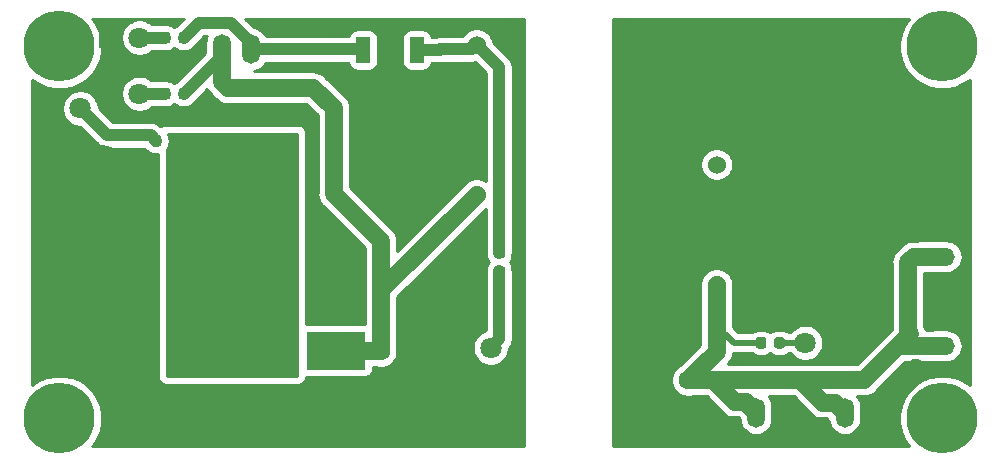
<source format=gbr>
G04 #@! TF.GenerationSoftware,KiCad,Pcbnew,(5.1.2)-1*
G04 #@! TF.CreationDate,2019-06-20T17:17:27+09:00*
G04 #@! TF.ProjectId,Jetson_Nano_Power,4a657473-6f6e-45f4-9e61-6e6f5f506f77,rev?*
G04 #@! TF.SameCoordinates,Original*
G04 #@! TF.FileFunction,Copper,L2,Bot*
G04 #@! TF.FilePolarity,Positive*
%FSLAX46Y46*%
G04 Gerber Fmt 4.6, Leading zero omitted, Abs format (unit mm)*
G04 Created by KiCad (PCBNEW (5.1.2)-1) date 2019-06-20 17:17:27*
%MOMM*%
%LPD*%
G04 APERTURE LIST*
%ADD10O,1.500000X2.500000*%
%ADD11C,0.100000*%
%ADD12C,0.875000*%
%ADD13R,1.800000X1.800000*%
%ADD14C,1.800000*%
%ADD15R,1.200000X2.200000*%
%ADD16R,5.800000X6.400000*%
%ADD17C,1.600000*%
%ADD18R,1.000000X0.950000*%
%ADD19R,4.900000X3.200000*%
%ADD20C,8.500000*%
%ADD21C,1.524000*%
%ADD22O,2.500000X1.500000*%
%ADD23C,6.000000*%
%ADD24C,1.500000*%
%ADD25C,1.000000*%
%ADD26C,0.500000*%
%ADD27C,0.254000*%
G04 APERTURE END LIST*
D10*
X63250000Y-29750000D03*
X65750000Y-29750000D03*
D11*
G36*
X73277691Y-29313553D02*
G01*
X73298926Y-29316703D01*
X73319750Y-29321919D01*
X73339962Y-29329151D01*
X73359368Y-29338330D01*
X73377781Y-29349366D01*
X73395024Y-29362154D01*
X73410930Y-29376570D01*
X73425346Y-29392476D01*
X73438134Y-29409719D01*
X73449170Y-29428132D01*
X73458349Y-29447538D01*
X73465581Y-29467750D01*
X73470797Y-29488574D01*
X73473947Y-29509809D01*
X73475000Y-29531250D01*
X73475000Y-29968750D01*
X73473947Y-29990191D01*
X73470797Y-30011426D01*
X73465581Y-30032250D01*
X73458349Y-30052462D01*
X73449170Y-30071868D01*
X73438134Y-30090281D01*
X73425346Y-30107524D01*
X73410930Y-30123430D01*
X73395024Y-30137846D01*
X73377781Y-30150634D01*
X73359368Y-30161670D01*
X73339962Y-30170849D01*
X73319750Y-30178081D01*
X73298926Y-30183297D01*
X73277691Y-30186447D01*
X73256250Y-30187500D01*
X72743750Y-30187500D01*
X72722309Y-30186447D01*
X72701074Y-30183297D01*
X72680250Y-30178081D01*
X72660038Y-30170849D01*
X72640632Y-30161670D01*
X72622219Y-30150634D01*
X72604976Y-30137846D01*
X72589070Y-30123430D01*
X72574654Y-30107524D01*
X72561866Y-30090281D01*
X72550830Y-30071868D01*
X72541651Y-30052462D01*
X72534419Y-30032250D01*
X72529203Y-30011426D01*
X72526053Y-29990191D01*
X72525000Y-29968750D01*
X72525000Y-29531250D01*
X72526053Y-29509809D01*
X72529203Y-29488574D01*
X72534419Y-29467750D01*
X72541651Y-29447538D01*
X72550830Y-29428132D01*
X72561866Y-29409719D01*
X72574654Y-29392476D01*
X72589070Y-29376570D01*
X72604976Y-29362154D01*
X72622219Y-29349366D01*
X72640632Y-29338330D01*
X72660038Y-29329151D01*
X72680250Y-29321919D01*
X72701074Y-29316703D01*
X72722309Y-29313553D01*
X72743750Y-29312500D01*
X73256250Y-29312500D01*
X73277691Y-29313553D01*
X73277691Y-29313553D01*
G37*
D12*
X73000000Y-29750000D03*
D11*
G36*
X73277691Y-30888553D02*
G01*
X73298926Y-30891703D01*
X73319750Y-30896919D01*
X73339962Y-30904151D01*
X73359368Y-30913330D01*
X73377781Y-30924366D01*
X73395024Y-30937154D01*
X73410930Y-30951570D01*
X73425346Y-30967476D01*
X73438134Y-30984719D01*
X73449170Y-31003132D01*
X73458349Y-31022538D01*
X73465581Y-31042750D01*
X73470797Y-31063574D01*
X73473947Y-31084809D01*
X73475000Y-31106250D01*
X73475000Y-31543750D01*
X73473947Y-31565191D01*
X73470797Y-31586426D01*
X73465581Y-31607250D01*
X73458349Y-31627462D01*
X73449170Y-31646868D01*
X73438134Y-31665281D01*
X73425346Y-31682524D01*
X73410930Y-31698430D01*
X73395024Y-31712846D01*
X73377781Y-31725634D01*
X73359368Y-31736670D01*
X73339962Y-31745849D01*
X73319750Y-31753081D01*
X73298926Y-31758297D01*
X73277691Y-31761447D01*
X73256250Y-31762500D01*
X72743750Y-31762500D01*
X72722309Y-31761447D01*
X72701074Y-31758297D01*
X72680250Y-31753081D01*
X72660038Y-31745849D01*
X72640632Y-31736670D01*
X72622219Y-31725634D01*
X72604976Y-31712846D01*
X72589070Y-31698430D01*
X72574654Y-31682524D01*
X72561866Y-31665281D01*
X72550830Y-31646868D01*
X72541651Y-31627462D01*
X72534419Y-31607250D01*
X72529203Y-31586426D01*
X72526053Y-31565191D01*
X72525000Y-31543750D01*
X72525000Y-31106250D01*
X72526053Y-31084809D01*
X72529203Y-31063574D01*
X72534419Y-31042750D01*
X72541651Y-31022538D01*
X72550830Y-31003132D01*
X72561866Y-30984719D01*
X72574654Y-30967476D01*
X72589070Y-30951570D01*
X72604976Y-30937154D01*
X72622219Y-30924366D01*
X72640632Y-30913330D01*
X72660038Y-30904151D01*
X72680250Y-30896919D01*
X72701074Y-30891703D01*
X72722309Y-30888553D01*
X72743750Y-30887500D01*
X73256250Y-30887500D01*
X73277691Y-30888553D01*
X73277691Y-30888553D01*
G37*
D12*
X73000000Y-31325000D03*
D11*
G36*
X82027691Y-30888553D02*
G01*
X82048926Y-30891703D01*
X82069750Y-30896919D01*
X82089962Y-30904151D01*
X82109368Y-30913330D01*
X82127781Y-30924366D01*
X82145024Y-30937154D01*
X82160930Y-30951570D01*
X82175346Y-30967476D01*
X82188134Y-30984719D01*
X82199170Y-31003132D01*
X82208349Y-31022538D01*
X82215581Y-31042750D01*
X82220797Y-31063574D01*
X82223947Y-31084809D01*
X82225000Y-31106250D01*
X82225000Y-31543750D01*
X82223947Y-31565191D01*
X82220797Y-31586426D01*
X82215581Y-31607250D01*
X82208349Y-31627462D01*
X82199170Y-31646868D01*
X82188134Y-31665281D01*
X82175346Y-31682524D01*
X82160930Y-31698430D01*
X82145024Y-31712846D01*
X82127781Y-31725634D01*
X82109368Y-31736670D01*
X82089962Y-31745849D01*
X82069750Y-31753081D01*
X82048926Y-31758297D01*
X82027691Y-31761447D01*
X82006250Y-31762500D01*
X81493750Y-31762500D01*
X81472309Y-31761447D01*
X81451074Y-31758297D01*
X81430250Y-31753081D01*
X81410038Y-31745849D01*
X81390632Y-31736670D01*
X81372219Y-31725634D01*
X81354976Y-31712846D01*
X81339070Y-31698430D01*
X81324654Y-31682524D01*
X81311866Y-31665281D01*
X81300830Y-31646868D01*
X81291651Y-31627462D01*
X81284419Y-31607250D01*
X81279203Y-31586426D01*
X81276053Y-31565191D01*
X81275000Y-31543750D01*
X81275000Y-31106250D01*
X81276053Y-31084809D01*
X81279203Y-31063574D01*
X81284419Y-31042750D01*
X81291651Y-31022538D01*
X81300830Y-31003132D01*
X81311866Y-30984719D01*
X81324654Y-30967476D01*
X81339070Y-30951570D01*
X81354976Y-30937154D01*
X81372219Y-30924366D01*
X81390632Y-30913330D01*
X81410038Y-30904151D01*
X81430250Y-30896919D01*
X81451074Y-30891703D01*
X81472309Y-30888553D01*
X81493750Y-30887500D01*
X82006250Y-30887500D01*
X82027691Y-30888553D01*
X82027691Y-30888553D01*
G37*
D12*
X81750000Y-31325000D03*
D11*
G36*
X82027691Y-29313553D02*
G01*
X82048926Y-29316703D01*
X82069750Y-29321919D01*
X82089962Y-29329151D01*
X82109368Y-29338330D01*
X82127781Y-29349366D01*
X82145024Y-29362154D01*
X82160930Y-29376570D01*
X82175346Y-29392476D01*
X82188134Y-29409719D01*
X82199170Y-29428132D01*
X82208349Y-29447538D01*
X82215581Y-29467750D01*
X82220797Y-29488574D01*
X82223947Y-29509809D01*
X82225000Y-29531250D01*
X82225000Y-29968750D01*
X82223947Y-29990191D01*
X82220797Y-30011426D01*
X82215581Y-30032250D01*
X82208349Y-30052462D01*
X82199170Y-30071868D01*
X82188134Y-30090281D01*
X82175346Y-30107524D01*
X82160930Y-30123430D01*
X82145024Y-30137846D01*
X82127781Y-30150634D01*
X82109368Y-30161670D01*
X82089962Y-30170849D01*
X82069750Y-30178081D01*
X82048926Y-30183297D01*
X82027691Y-30186447D01*
X82006250Y-30187500D01*
X81493750Y-30187500D01*
X81472309Y-30186447D01*
X81451074Y-30183297D01*
X81430250Y-30178081D01*
X81410038Y-30170849D01*
X81390632Y-30161670D01*
X81372219Y-30150634D01*
X81354976Y-30137846D01*
X81339070Y-30123430D01*
X81324654Y-30107524D01*
X81311866Y-30090281D01*
X81300830Y-30071868D01*
X81291651Y-30052462D01*
X81284419Y-30032250D01*
X81279203Y-30011426D01*
X81276053Y-29990191D01*
X81275000Y-29968750D01*
X81275000Y-29531250D01*
X81276053Y-29509809D01*
X81279203Y-29488574D01*
X81284419Y-29467750D01*
X81291651Y-29447538D01*
X81300830Y-29428132D01*
X81311866Y-29409719D01*
X81324654Y-29392476D01*
X81339070Y-29376570D01*
X81354976Y-29362154D01*
X81372219Y-29349366D01*
X81390632Y-29338330D01*
X81410038Y-29329151D01*
X81430250Y-29321919D01*
X81451074Y-29316703D01*
X81472309Y-29313553D01*
X81493750Y-29312500D01*
X82006250Y-29312500D01*
X82027691Y-29313553D01*
X82027691Y-29313553D01*
G37*
D12*
X81750000Y-29750000D03*
D13*
X53750000Y-28750000D03*
D14*
X56290000Y-28750000D03*
D11*
G36*
X60277691Y-28276053D02*
G01*
X60298926Y-28279203D01*
X60319750Y-28284419D01*
X60339962Y-28291651D01*
X60359368Y-28300830D01*
X60377781Y-28311866D01*
X60395024Y-28324654D01*
X60410930Y-28339070D01*
X60425346Y-28354976D01*
X60438134Y-28372219D01*
X60449170Y-28390632D01*
X60458349Y-28410038D01*
X60465581Y-28430250D01*
X60470797Y-28451074D01*
X60473947Y-28472309D01*
X60475000Y-28493750D01*
X60475000Y-29006250D01*
X60473947Y-29027691D01*
X60470797Y-29048926D01*
X60465581Y-29069750D01*
X60458349Y-29089962D01*
X60449170Y-29109368D01*
X60438134Y-29127781D01*
X60425346Y-29145024D01*
X60410930Y-29160930D01*
X60395024Y-29175346D01*
X60377781Y-29188134D01*
X60359368Y-29199170D01*
X60339962Y-29208349D01*
X60319750Y-29215581D01*
X60298926Y-29220797D01*
X60277691Y-29223947D01*
X60256250Y-29225000D01*
X59818750Y-29225000D01*
X59797309Y-29223947D01*
X59776074Y-29220797D01*
X59755250Y-29215581D01*
X59735038Y-29208349D01*
X59715632Y-29199170D01*
X59697219Y-29188134D01*
X59679976Y-29175346D01*
X59664070Y-29160930D01*
X59649654Y-29145024D01*
X59636866Y-29127781D01*
X59625830Y-29109368D01*
X59616651Y-29089962D01*
X59609419Y-29069750D01*
X59604203Y-29048926D01*
X59601053Y-29027691D01*
X59600000Y-29006250D01*
X59600000Y-28493750D01*
X59601053Y-28472309D01*
X59604203Y-28451074D01*
X59609419Y-28430250D01*
X59616651Y-28410038D01*
X59625830Y-28390632D01*
X59636866Y-28372219D01*
X59649654Y-28354976D01*
X59664070Y-28339070D01*
X59679976Y-28324654D01*
X59697219Y-28311866D01*
X59715632Y-28300830D01*
X59735038Y-28291651D01*
X59755250Y-28284419D01*
X59776074Y-28279203D01*
X59797309Y-28276053D01*
X59818750Y-28275000D01*
X60256250Y-28275000D01*
X60277691Y-28276053D01*
X60277691Y-28276053D01*
G37*
D12*
X60037500Y-28750000D03*
D11*
G36*
X58702691Y-28276053D02*
G01*
X58723926Y-28279203D01*
X58744750Y-28284419D01*
X58764962Y-28291651D01*
X58784368Y-28300830D01*
X58802781Y-28311866D01*
X58820024Y-28324654D01*
X58835930Y-28339070D01*
X58850346Y-28354976D01*
X58863134Y-28372219D01*
X58874170Y-28390632D01*
X58883349Y-28410038D01*
X58890581Y-28430250D01*
X58895797Y-28451074D01*
X58898947Y-28472309D01*
X58900000Y-28493750D01*
X58900000Y-29006250D01*
X58898947Y-29027691D01*
X58895797Y-29048926D01*
X58890581Y-29069750D01*
X58883349Y-29089962D01*
X58874170Y-29109368D01*
X58863134Y-29127781D01*
X58850346Y-29145024D01*
X58835930Y-29160930D01*
X58820024Y-29175346D01*
X58802781Y-29188134D01*
X58784368Y-29199170D01*
X58764962Y-29208349D01*
X58744750Y-29215581D01*
X58723926Y-29220797D01*
X58702691Y-29223947D01*
X58681250Y-29225000D01*
X58243750Y-29225000D01*
X58222309Y-29223947D01*
X58201074Y-29220797D01*
X58180250Y-29215581D01*
X58160038Y-29208349D01*
X58140632Y-29199170D01*
X58122219Y-29188134D01*
X58104976Y-29175346D01*
X58089070Y-29160930D01*
X58074654Y-29145024D01*
X58061866Y-29127781D01*
X58050830Y-29109368D01*
X58041651Y-29089962D01*
X58034419Y-29069750D01*
X58029203Y-29048926D01*
X58026053Y-29027691D01*
X58025000Y-29006250D01*
X58025000Y-28493750D01*
X58026053Y-28472309D01*
X58029203Y-28451074D01*
X58034419Y-28430250D01*
X58041651Y-28410038D01*
X58050830Y-28390632D01*
X58061866Y-28372219D01*
X58074654Y-28354976D01*
X58089070Y-28339070D01*
X58104976Y-28324654D01*
X58122219Y-28311866D01*
X58140632Y-28300830D01*
X58160038Y-28291651D01*
X58180250Y-28284419D01*
X58201074Y-28279203D01*
X58222309Y-28276053D01*
X58243750Y-28275000D01*
X58681250Y-28275000D01*
X58702691Y-28276053D01*
X58702691Y-28276053D01*
G37*
D12*
X58462500Y-28750000D03*
D11*
G36*
X83527691Y-30888553D02*
G01*
X83548926Y-30891703D01*
X83569750Y-30896919D01*
X83589962Y-30904151D01*
X83609368Y-30913330D01*
X83627781Y-30924366D01*
X83645024Y-30937154D01*
X83660930Y-30951570D01*
X83675346Y-30967476D01*
X83688134Y-30984719D01*
X83699170Y-31003132D01*
X83708349Y-31022538D01*
X83715581Y-31042750D01*
X83720797Y-31063574D01*
X83723947Y-31084809D01*
X83725000Y-31106250D01*
X83725000Y-31543750D01*
X83723947Y-31565191D01*
X83720797Y-31586426D01*
X83715581Y-31607250D01*
X83708349Y-31627462D01*
X83699170Y-31646868D01*
X83688134Y-31665281D01*
X83675346Y-31682524D01*
X83660930Y-31698430D01*
X83645024Y-31712846D01*
X83627781Y-31725634D01*
X83609368Y-31736670D01*
X83589962Y-31745849D01*
X83569750Y-31753081D01*
X83548926Y-31758297D01*
X83527691Y-31761447D01*
X83506250Y-31762500D01*
X82993750Y-31762500D01*
X82972309Y-31761447D01*
X82951074Y-31758297D01*
X82930250Y-31753081D01*
X82910038Y-31745849D01*
X82890632Y-31736670D01*
X82872219Y-31725634D01*
X82854976Y-31712846D01*
X82839070Y-31698430D01*
X82824654Y-31682524D01*
X82811866Y-31665281D01*
X82800830Y-31646868D01*
X82791651Y-31627462D01*
X82784419Y-31607250D01*
X82779203Y-31586426D01*
X82776053Y-31565191D01*
X82775000Y-31543750D01*
X82775000Y-31106250D01*
X82776053Y-31084809D01*
X82779203Y-31063574D01*
X82784419Y-31042750D01*
X82791651Y-31022538D01*
X82800830Y-31003132D01*
X82811866Y-30984719D01*
X82824654Y-30967476D01*
X82839070Y-30951570D01*
X82854976Y-30937154D01*
X82872219Y-30924366D01*
X82890632Y-30913330D01*
X82910038Y-30904151D01*
X82930250Y-30896919D01*
X82951074Y-30891703D01*
X82972309Y-30888553D01*
X82993750Y-30887500D01*
X83506250Y-30887500D01*
X83527691Y-30888553D01*
X83527691Y-30888553D01*
G37*
D12*
X83250000Y-31325000D03*
D11*
G36*
X83527691Y-29313553D02*
G01*
X83548926Y-29316703D01*
X83569750Y-29321919D01*
X83589962Y-29329151D01*
X83609368Y-29338330D01*
X83627781Y-29349366D01*
X83645024Y-29362154D01*
X83660930Y-29376570D01*
X83675346Y-29392476D01*
X83688134Y-29409719D01*
X83699170Y-29428132D01*
X83708349Y-29447538D01*
X83715581Y-29467750D01*
X83720797Y-29488574D01*
X83723947Y-29509809D01*
X83725000Y-29531250D01*
X83725000Y-29968750D01*
X83723947Y-29990191D01*
X83720797Y-30011426D01*
X83715581Y-30032250D01*
X83708349Y-30052462D01*
X83699170Y-30071868D01*
X83688134Y-30090281D01*
X83675346Y-30107524D01*
X83660930Y-30123430D01*
X83645024Y-30137846D01*
X83627781Y-30150634D01*
X83609368Y-30161670D01*
X83589962Y-30170849D01*
X83569750Y-30178081D01*
X83548926Y-30183297D01*
X83527691Y-30186447D01*
X83506250Y-30187500D01*
X82993750Y-30187500D01*
X82972309Y-30186447D01*
X82951074Y-30183297D01*
X82930250Y-30178081D01*
X82910038Y-30170849D01*
X82890632Y-30161670D01*
X82872219Y-30150634D01*
X82854976Y-30137846D01*
X82839070Y-30123430D01*
X82824654Y-30107524D01*
X82811866Y-30090281D01*
X82800830Y-30071868D01*
X82791651Y-30052462D01*
X82784419Y-30032250D01*
X82779203Y-30011426D01*
X82776053Y-29990191D01*
X82775000Y-29968750D01*
X82775000Y-29531250D01*
X82776053Y-29509809D01*
X82779203Y-29488574D01*
X82784419Y-29467750D01*
X82791651Y-29447538D01*
X82800830Y-29428132D01*
X82811866Y-29409719D01*
X82824654Y-29392476D01*
X82839070Y-29376570D01*
X82854976Y-29362154D01*
X82872219Y-29349366D01*
X82890632Y-29338330D01*
X82910038Y-29329151D01*
X82930250Y-29321919D01*
X82951074Y-29316703D01*
X82972309Y-29313553D01*
X82993750Y-29312500D01*
X83506250Y-29312500D01*
X83527691Y-29313553D01*
X83527691Y-29313553D01*
G37*
D12*
X83250000Y-29750000D03*
D14*
X86040000Y-55000000D03*
D13*
X83500000Y-55000000D03*
D11*
G36*
X87027691Y-46526053D02*
G01*
X87048926Y-46529203D01*
X87069750Y-46534419D01*
X87089962Y-46541651D01*
X87109368Y-46550830D01*
X87127781Y-46561866D01*
X87145024Y-46574654D01*
X87160930Y-46589070D01*
X87175346Y-46604976D01*
X87188134Y-46622219D01*
X87199170Y-46640632D01*
X87208349Y-46660038D01*
X87215581Y-46680250D01*
X87220797Y-46701074D01*
X87223947Y-46722309D01*
X87225000Y-46743750D01*
X87225000Y-47181250D01*
X87223947Y-47202691D01*
X87220797Y-47223926D01*
X87215581Y-47244750D01*
X87208349Y-47264962D01*
X87199170Y-47284368D01*
X87188134Y-47302781D01*
X87175346Y-47320024D01*
X87160930Y-47335930D01*
X87145024Y-47350346D01*
X87127781Y-47363134D01*
X87109368Y-47374170D01*
X87089962Y-47383349D01*
X87069750Y-47390581D01*
X87048926Y-47395797D01*
X87027691Y-47398947D01*
X87006250Y-47400000D01*
X86493750Y-47400000D01*
X86472309Y-47398947D01*
X86451074Y-47395797D01*
X86430250Y-47390581D01*
X86410038Y-47383349D01*
X86390632Y-47374170D01*
X86372219Y-47363134D01*
X86354976Y-47350346D01*
X86339070Y-47335930D01*
X86324654Y-47320024D01*
X86311866Y-47302781D01*
X86300830Y-47284368D01*
X86291651Y-47264962D01*
X86284419Y-47244750D01*
X86279203Y-47223926D01*
X86276053Y-47202691D01*
X86275000Y-47181250D01*
X86275000Y-46743750D01*
X86276053Y-46722309D01*
X86279203Y-46701074D01*
X86284419Y-46680250D01*
X86291651Y-46660038D01*
X86300830Y-46640632D01*
X86311866Y-46622219D01*
X86324654Y-46604976D01*
X86339070Y-46589070D01*
X86354976Y-46574654D01*
X86372219Y-46561866D01*
X86390632Y-46550830D01*
X86410038Y-46541651D01*
X86430250Y-46534419D01*
X86451074Y-46529203D01*
X86472309Y-46526053D01*
X86493750Y-46525000D01*
X87006250Y-46525000D01*
X87027691Y-46526053D01*
X87027691Y-46526053D01*
G37*
D12*
X86750000Y-46962500D03*
D11*
G36*
X87027691Y-48101053D02*
G01*
X87048926Y-48104203D01*
X87069750Y-48109419D01*
X87089962Y-48116651D01*
X87109368Y-48125830D01*
X87127781Y-48136866D01*
X87145024Y-48149654D01*
X87160930Y-48164070D01*
X87175346Y-48179976D01*
X87188134Y-48197219D01*
X87199170Y-48215632D01*
X87208349Y-48235038D01*
X87215581Y-48255250D01*
X87220797Y-48276074D01*
X87223947Y-48297309D01*
X87225000Y-48318750D01*
X87225000Y-48756250D01*
X87223947Y-48777691D01*
X87220797Y-48798926D01*
X87215581Y-48819750D01*
X87208349Y-48839962D01*
X87199170Y-48859368D01*
X87188134Y-48877781D01*
X87175346Y-48895024D01*
X87160930Y-48910930D01*
X87145024Y-48925346D01*
X87127781Y-48938134D01*
X87109368Y-48949170D01*
X87089962Y-48958349D01*
X87069750Y-48965581D01*
X87048926Y-48970797D01*
X87027691Y-48973947D01*
X87006250Y-48975000D01*
X86493750Y-48975000D01*
X86472309Y-48973947D01*
X86451074Y-48970797D01*
X86430250Y-48965581D01*
X86410038Y-48958349D01*
X86390632Y-48949170D01*
X86372219Y-48938134D01*
X86354976Y-48925346D01*
X86339070Y-48910930D01*
X86324654Y-48895024D01*
X86311866Y-48877781D01*
X86300830Y-48859368D01*
X86291651Y-48839962D01*
X86284419Y-48819750D01*
X86279203Y-48798926D01*
X86276053Y-48777691D01*
X86275000Y-48756250D01*
X86275000Y-48318750D01*
X86276053Y-48297309D01*
X86279203Y-48276074D01*
X86284419Y-48255250D01*
X86291651Y-48235038D01*
X86300830Y-48215632D01*
X86311866Y-48197219D01*
X86324654Y-48179976D01*
X86339070Y-48164070D01*
X86354976Y-48149654D01*
X86372219Y-48136866D01*
X86390632Y-48125830D01*
X86410038Y-48116651D01*
X86430250Y-48109419D01*
X86451074Y-48104203D01*
X86472309Y-48101053D01*
X86493750Y-48100000D01*
X87006250Y-48100000D01*
X87027691Y-48101053D01*
X87027691Y-48101053D01*
G37*
D12*
X86750000Y-48537500D03*
D15*
X75220000Y-29800000D03*
X79780000Y-29800000D03*
D16*
X77500000Y-36100000D03*
D17*
X102750000Y-57750000D03*
X97750000Y-57750000D03*
D18*
X68600000Y-54280000D03*
D19*
X72950000Y-55250000D03*
D18*
X68600000Y-56220000D03*
D13*
X48750000Y-34750000D03*
D14*
X51290000Y-34750000D03*
X56290000Y-33500000D03*
D13*
X53750000Y-33500000D03*
X115200000Y-54600000D03*
D14*
X112660000Y-54600000D03*
D10*
X108500000Y-60500000D03*
X111000000Y-60500000D03*
D20*
X52250000Y-42000000D03*
X63250000Y-42000000D03*
X63250000Y-52750000D03*
X52250000Y-52750000D03*
D10*
X118500000Y-60500000D03*
X116000000Y-60500000D03*
D11*
G36*
X59527691Y-37026053D02*
G01*
X59548926Y-37029203D01*
X59569750Y-37034419D01*
X59589962Y-37041651D01*
X59609368Y-37050830D01*
X59627781Y-37061866D01*
X59645024Y-37074654D01*
X59660930Y-37089070D01*
X59675346Y-37104976D01*
X59688134Y-37122219D01*
X59699170Y-37140632D01*
X59708349Y-37160038D01*
X59715581Y-37180250D01*
X59720797Y-37201074D01*
X59723947Y-37222309D01*
X59725000Y-37243750D01*
X59725000Y-37756250D01*
X59723947Y-37777691D01*
X59720797Y-37798926D01*
X59715581Y-37819750D01*
X59708349Y-37839962D01*
X59699170Y-37859368D01*
X59688134Y-37877781D01*
X59675346Y-37895024D01*
X59660930Y-37910930D01*
X59645024Y-37925346D01*
X59627781Y-37938134D01*
X59609368Y-37949170D01*
X59589962Y-37958349D01*
X59569750Y-37965581D01*
X59548926Y-37970797D01*
X59527691Y-37973947D01*
X59506250Y-37975000D01*
X59068750Y-37975000D01*
X59047309Y-37973947D01*
X59026074Y-37970797D01*
X59005250Y-37965581D01*
X58985038Y-37958349D01*
X58965632Y-37949170D01*
X58947219Y-37938134D01*
X58929976Y-37925346D01*
X58914070Y-37910930D01*
X58899654Y-37895024D01*
X58886866Y-37877781D01*
X58875830Y-37859368D01*
X58866651Y-37839962D01*
X58859419Y-37819750D01*
X58854203Y-37798926D01*
X58851053Y-37777691D01*
X58850000Y-37756250D01*
X58850000Y-37243750D01*
X58851053Y-37222309D01*
X58854203Y-37201074D01*
X58859419Y-37180250D01*
X58866651Y-37160038D01*
X58875830Y-37140632D01*
X58886866Y-37122219D01*
X58899654Y-37104976D01*
X58914070Y-37089070D01*
X58929976Y-37074654D01*
X58947219Y-37061866D01*
X58965632Y-37050830D01*
X58985038Y-37041651D01*
X59005250Y-37034419D01*
X59026074Y-37029203D01*
X59047309Y-37026053D01*
X59068750Y-37025000D01*
X59506250Y-37025000D01*
X59527691Y-37026053D01*
X59527691Y-37026053D01*
G37*
D12*
X59287500Y-37500000D03*
D11*
G36*
X57952691Y-37026053D02*
G01*
X57973926Y-37029203D01*
X57994750Y-37034419D01*
X58014962Y-37041651D01*
X58034368Y-37050830D01*
X58052781Y-37061866D01*
X58070024Y-37074654D01*
X58085930Y-37089070D01*
X58100346Y-37104976D01*
X58113134Y-37122219D01*
X58124170Y-37140632D01*
X58133349Y-37160038D01*
X58140581Y-37180250D01*
X58145797Y-37201074D01*
X58148947Y-37222309D01*
X58150000Y-37243750D01*
X58150000Y-37756250D01*
X58148947Y-37777691D01*
X58145797Y-37798926D01*
X58140581Y-37819750D01*
X58133349Y-37839962D01*
X58124170Y-37859368D01*
X58113134Y-37877781D01*
X58100346Y-37895024D01*
X58085930Y-37910930D01*
X58070024Y-37925346D01*
X58052781Y-37938134D01*
X58034368Y-37949170D01*
X58014962Y-37958349D01*
X57994750Y-37965581D01*
X57973926Y-37970797D01*
X57952691Y-37973947D01*
X57931250Y-37975000D01*
X57493750Y-37975000D01*
X57472309Y-37973947D01*
X57451074Y-37970797D01*
X57430250Y-37965581D01*
X57410038Y-37958349D01*
X57390632Y-37949170D01*
X57372219Y-37938134D01*
X57354976Y-37925346D01*
X57339070Y-37910930D01*
X57324654Y-37895024D01*
X57311866Y-37877781D01*
X57300830Y-37859368D01*
X57291651Y-37839962D01*
X57284419Y-37819750D01*
X57279203Y-37798926D01*
X57276053Y-37777691D01*
X57275000Y-37756250D01*
X57275000Y-37243750D01*
X57276053Y-37222309D01*
X57279203Y-37201074D01*
X57284419Y-37180250D01*
X57291651Y-37160038D01*
X57300830Y-37140632D01*
X57311866Y-37122219D01*
X57324654Y-37104976D01*
X57339070Y-37089070D01*
X57354976Y-37074654D01*
X57372219Y-37061866D01*
X57390632Y-37050830D01*
X57410038Y-37041651D01*
X57430250Y-37034419D01*
X57451074Y-37029203D01*
X57472309Y-37026053D01*
X57493750Y-37025000D01*
X57931250Y-37025000D01*
X57952691Y-37026053D01*
X57952691Y-37026053D01*
G37*
D12*
X57712500Y-37500000D03*
D11*
G36*
X58702691Y-33026053D02*
G01*
X58723926Y-33029203D01*
X58744750Y-33034419D01*
X58764962Y-33041651D01*
X58784368Y-33050830D01*
X58802781Y-33061866D01*
X58820024Y-33074654D01*
X58835930Y-33089070D01*
X58850346Y-33104976D01*
X58863134Y-33122219D01*
X58874170Y-33140632D01*
X58883349Y-33160038D01*
X58890581Y-33180250D01*
X58895797Y-33201074D01*
X58898947Y-33222309D01*
X58900000Y-33243750D01*
X58900000Y-33756250D01*
X58898947Y-33777691D01*
X58895797Y-33798926D01*
X58890581Y-33819750D01*
X58883349Y-33839962D01*
X58874170Y-33859368D01*
X58863134Y-33877781D01*
X58850346Y-33895024D01*
X58835930Y-33910930D01*
X58820024Y-33925346D01*
X58802781Y-33938134D01*
X58784368Y-33949170D01*
X58764962Y-33958349D01*
X58744750Y-33965581D01*
X58723926Y-33970797D01*
X58702691Y-33973947D01*
X58681250Y-33975000D01*
X58243750Y-33975000D01*
X58222309Y-33973947D01*
X58201074Y-33970797D01*
X58180250Y-33965581D01*
X58160038Y-33958349D01*
X58140632Y-33949170D01*
X58122219Y-33938134D01*
X58104976Y-33925346D01*
X58089070Y-33910930D01*
X58074654Y-33895024D01*
X58061866Y-33877781D01*
X58050830Y-33859368D01*
X58041651Y-33839962D01*
X58034419Y-33819750D01*
X58029203Y-33798926D01*
X58026053Y-33777691D01*
X58025000Y-33756250D01*
X58025000Y-33243750D01*
X58026053Y-33222309D01*
X58029203Y-33201074D01*
X58034419Y-33180250D01*
X58041651Y-33160038D01*
X58050830Y-33140632D01*
X58061866Y-33122219D01*
X58074654Y-33104976D01*
X58089070Y-33089070D01*
X58104976Y-33074654D01*
X58122219Y-33061866D01*
X58140632Y-33050830D01*
X58160038Y-33041651D01*
X58180250Y-33034419D01*
X58201074Y-33029203D01*
X58222309Y-33026053D01*
X58243750Y-33025000D01*
X58681250Y-33025000D01*
X58702691Y-33026053D01*
X58702691Y-33026053D01*
G37*
D12*
X58462500Y-33500000D03*
D11*
G36*
X60277691Y-33026053D02*
G01*
X60298926Y-33029203D01*
X60319750Y-33034419D01*
X60339962Y-33041651D01*
X60359368Y-33050830D01*
X60377781Y-33061866D01*
X60395024Y-33074654D01*
X60410930Y-33089070D01*
X60425346Y-33104976D01*
X60438134Y-33122219D01*
X60449170Y-33140632D01*
X60458349Y-33160038D01*
X60465581Y-33180250D01*
X60470797Y-33201074D01*
X60473947Y-33222309D01*
X60475000Y-33243750D01*
X60475000Y-33756250D01*
X60473947Y-33777691D01*
X60470797Y-33798926D01*
X60465581Y-33819750D01*
X60458349Y-33839962D01*
X60449170Y-33859368D01*
X60438134Y-33877781D01*
X60425346Y-33895024D01*
X60410930Y-33910930D01*
X60395024Y-33925346D01*
X60377781Y-33938134D01*
X60359368Y-33949170D01*
X60339962Y-33958349D01*
X60319750Y-33965581D01*
X60298926Y-33970797D01*
X60277691Y-33973947D01*
X60256250Y-33975000D01*
X59818750Y-33975000D01*
X59797309Y-33973947D01*
X59776074Y-33970797D01*
X59755250Y-33965581D01*
X59735038Y-33958349D01*
X59715632Y-33949170D01*
X59697219Y-33938134D01*
X59679976Y-33925346D01*
X59664070Y-33910930D01*
X59649654Y-33895024D01*
X59636866Y-33877781D01*
X59625830Y-33859368D01*
X59616651Y-33839962D01*
X59609419Y-33819750D01*
X59604203Y-33798926D01*
X59601053Y-33777691D01*
X59600000Y-33756250D01*
X59600000Y-33243750D01*
X59601053Y-33222309D01*
X59604203Y-33201074D01*
X59609419Y-33180250D01*
X59616651Y-33160038D01*
X59625830Y-33140632D01*
X59636866Y-33122219D01*
X59649654Y-33104976D01*
X59664070Y-33089070D01*
X59679976Y-33074654D01*
X59697219Y-33061866D01*
X59715632Y-33050830D01*
X59735038Y-33041651D01*
X59755250Y-33034419D01*
X59776074Y-33029203D01*
X59797309Y-33026053D01*
X59818750Y-33025000D01*
X60256250Y-33025000D01*
X60277691Y-33026053D01*
X60277691Y-33026053D01*
G37*
D12*
X60037500Y-33500000D03*
D11*
G36*
X109152691Y-54126053D02*
G01*
X109173926Y-54129203D01*
X109194750Y-54134419D01*
X109214962Y-54141651D01*
X109234368Y-54150830D01*
X109252781Y-54161866D01*
X109270024Y-54174654D01*
X109285930Y-54189070D01*
X109300346Y-54204976D01*
X109313134Y-54222219D01*
X109324170Y-54240632D01*
X109333349Y-54260038D01*
X109340581Y-54280250D01*
X109345797Y-54301074D01*
X109348947Y-54322309D01*
X109350000Y-54343750D01*
X109350000Y-54856250D01*
X109348947Y-54877691D01*
X109345797Y-54898926D01*
X109340581Y-54919750D01*
X109333349Y-54939962D01*
X109324170Y-54959368D01*
X109313134Y-54977781D01*
X109300346Y-54995024D01*
X109285930Y-55010930D01*
X109270024Y-55025346D01*
X109252781Y-55038134D01*
X109234368Y-55049170D01*
X109214962Y-55058349D01*
X109194750Y-55065581D01*
X109173926Y-55070797D01*
X109152691Y-55073947D01*
X109131250Y-55075000D01*
X108693750Y-55075000D01*
X108672309Y-55073947D01*
X108651074Y-55070797D01*
X108630250Y-55065581D01*
X108610038Y-55058349D01*
X108590632Y-55049170D01*
X108572219Y-55038134D01*
X108554976Y-55025346D01*
X108539070Y-55010930D01*
X108524654Y-54995024D01*
X108511866Y-54977781D01*
X108500830Y-54959368D01*
X108491651Y-54939962D01*
X108484419Y-54919750D01*
X108479203Y-54898926D01*
X108476053Y-54877691D01*
X108475000Y-54856250D01*
X108475000Y-54343750D01*
X108476053Y-54322309D01*
X108479203Y-54301074D01*
X108484419Y-54280250D01*
X108491651Y-54260038D01*
X108500830Y-54240632D01*
X108511866Y-54222219D01*
X108524654Y-54204976D01*
X108539070Y-54189070D01*
X108554976Y-54174654D01*
X108572219Y-54161866D01*
X108590632Y-54150830D01*
X108610038Y-54141651D01*
X108630250Y-54134419D01*
X108651074Y-54129203D01*
X108672309Y-54126053D01*
X108693750Y-54125000D01*
X109131250Y-54125000D01*
X109152691Y-54126053D01*
X109152691Y-54126053D01*
G37*
D12*
X108912500Y-54600000D03*
D11*
G36*
X110727691Y-54126053D02*
G01*
X110748926Y-54129203D01*
X110769750Y-54134419D01*
X110789962Y-54141651D01*
X110809368Y-54150830D01*
X110827781Y-54161866D01*
X110845024Y-54174654D01*
X110860930Y-54189070D01*
X110875346Y-54204976D01*
X110888134Y-54222219D01*
X110899170Y-54240632D01*
X110908349Y-54260038D01*
X110915581Y-54280250D01*
X110920797Y-54301074D01*
X110923947Y-54322309D01*
X110925000Y-54343750D01*
X110925000Y-54856250D01*
X110923947Y-54877691D01*
X110920797Y-54898926D01*
X110915581Y-54919750D01*
X110908349Y-54939962D01*
X110899170Y-54959368D01*
X110888134Y-54977781D01*
X110875346Y-54995024D01*
X110860930Y-55010930D01*
X110845024Y-55025346D01*
X110827781Y-55038134D01*
X110809368Y-55049170D01*
X110789962Y-55058349D01*
X110769750Y-55065581D01*
X110748926Y-55070797D01*
X110727691Y-55073947D01*
X110706250Y-55075000D01*
X110268750Y-55075000D01*
X110247309Y-55073947D01*
X110226074Y-55070797D01*
X110205250Y-55065581D01*
X110185038Y-55058349D01*
X110165632Y-55049170D01*
X110147219Y-55038134D01*
X110129976Y-55025346D01*
X110114070Y-55010930D01*
X110099654Y-54995024D01*
X110086866Y-54977781D01*
X110075830Y-54959368D01*
X110066651Y-54939962D01*
X110059419Y-54919750D01*
X110054203Y-54898926D01*
X110051053Y-54877691D01*
X110050000Y-54856250D01*
X110050000Y-54343750D01*
X110051053Y-54322309D01*
X110054203Y-54301074D01*
X110059419Y-54280250D01*
X110066651Y-54260038D01*
X110075830Y-54240632D01*
X110086866Y-54222219D01*
X110099654Y-54204976D01*
X110114070Y-54189070D01*
X110129976Y-54174654D01*
X110147219Y-54161866D01*
X110165632Y-54150830D01*
X110185038Y-54141651D01*
X110205250Y-54134419D01*
X110226074Y-54129203D01*
X110247309Y-54126053D01*
X110268750Y-54125000D01*
X110706250Y-54125000D01*
X110727691Y-54126053D01*
X110727691Y-54126053D01*
G37*
D12*
X110487500Y-54600000D03*
D21*
X84840000Y-42040000D03*
X84840000Y-36960000D03*
X84840000Y-29340000D03*
X105160000Y-29340000D03*
X105160000Y-39500000D03*
X105160000Y-49660000D03*
D17*
X76750000Y-55250000D03*
X78750000Y-55250000D03*
D22*
X124100001Y-54849999D03*
X124100001Y-52349999D03*
X124100001Y-44800000D03*
X124100001Y-47300000D03*
D11*
G36*
X107027691Y-60751053D02*
G01*
X107048926Y-60754203D01*
X107069750Y-60759419D01*
X107089962Y-60766651D01*
X107109368Y-60775830D01*
X107127781Y-60786866D01*
X107145024Y-60799654D01*
X107160930Y-60814070D01*
X107175346Y-60829976D01*
X107188134Y-60847219D01*
X107199170Y-60865632D01*
X107208349Y-60885038D01*
X107215581Y-60905250D01*
X107220797Y-60926074D01*
X107223947Y-60947309D01*
X107225000Y-60968750D01*
X107225000Y-61406250D01*
X107223947Y-61427691D01*
X107220797Y-61448926D01*
X107215581Y-61469750D01*
X107208349Y-61489962D01*
X107199170Y-61509368D01*
X107188134Y-61527781D01*
X107175346Y-61545024D01*
X107160930Y-61560930D01*
X107145024Y-61575346D01*
X107127781Y-61588134D01*
X107109368Y-61599170D01*
X107089962Y-61608349D01*
X107069750Y-61615581D01*
X107048926Y-61620797D01*
X107027691Y-61623947D01*
X107006250Y-61625000D01*
X106493750Y-61625000D01*
X106472309Y-61623947D01*
X106451074Y-61620797D01*
X106430250Y-61615581D01*
X106410038Y-61608349D01*
X106390632Y-61599170D01*
X106372219Y-61588134D01*
X106354976Y-61575346D01*
X106339070Y-61560930D01*
X106324654Y-61545024D01*
X106311866Y-61527781D01*
X106300830Y-61509368D01*
X106291651Y-61489962D01*
X106284419Y-61469750D01*
X106279203Y-61448926D01*
X106276053Y-61427691D01*
X106275000Y-61406250D01*
X106275000Y-60968750D01*
X106276053Y-60947309D01*
X106279203Y-60926074D01*
X106284419Y-60905250D01*
X106291651Y-60885038D01*
X106300830Y-60865632D01*
X106311866Y-60847219D01*
X106324654Y-60829976D01*
X106339070Y-60814070D01*
X106354976Y-60799654D01*
X106372219Y-60786866D01*
X106390632Y-60775830D01*
X106410038Y-60766651D01*
X106430250Y-60759419D01*
X106451074Y-60754203D01*
X106472309Y-60751053D01*
X106493750Y-60750000D01*
X107006250Y-60750000D01*
X107027691Y-60751053D01*
X107027691Y-60751053D01*
G37*
D12*
X106750000Y-61187500D03*
D11*
G36*
X107027691Y-59176053D02*
G01*
X107048926Y-59179203D01*
X107069750Y-59184419D01*
X107089962Y-59191651D01*
X107109368Y-59200830D01*
X107127781Y-59211866D01*
X107145024Y-59224654D01*
X107160930Y-59239070D01*
X107175346Y-59254976D01*
X107188134Y-59272219D01*
X107199170Y-59290632D01*
X107208349Y-59310038D01*
X107215581Y-59330250D01*
X107220797Y-59351074D01*
X107223947Y-59372309D01*
X107225000Y-59393750D01*
X107225000Y-59831250D01*
X107223947Y-59852691D01*
X107220797Y-59873926D01*
X107215581Y-59894750D01*
X107208349Y-59914962D01*
X107199170Y-59934368D01*
X107188134Y-59952781D01*
X107175346Y-59970024D01*
X107160930Y-59985930D01*
X107145024Y-60000346D01*
X107127781Y-60013134D01*
X107109368Y-60024170D01*
X107089962Y-60033349D01*
X107069750Y-60040581D01*
X107048926Y-60045797D01*
X107027691Y-60048947D01*
X107006250Y-60050000D01*
X106493750Y-60050000D01*
X106472309Y-60048947D01*
X106451074Y-60045797D01*
X106430250Y-60040581D01*
X106410038Y-60033349D01*
X106390632Y-60024170D01*
X106372219Y-60013134D01*
X106354976Y-60000346D01*
X106339070Y-59985930D01*
X106324654Y-59970024D01*
X106311866Y-59952781D01*
X106300830Y-59934368D01*
X106291651Y-59914962D01*
X106284419Y-59894750D01*
X106279203Y-59873926D01*
X106276053Y-59852691D01*
X106275000Y-59831250D01*
X106275000Y-59393750D01*
X106276053Y-59372309D01*
X106279203Y-59351074D01*
X106284419Y-59330250D01*
X106291651Y-59310038D01*
X106300830Y-59290632D01*
X106311866Y-59272219D01*
X106324654Y-59254976D01*
X106339070Y-59239070D01*
X106354976Y-59224654D01*
X106372219Y-59211866D01*
X106390632Y-59200830D01*
X106410038Y-59191651D01*
X106430250Y-59184419D01*
X106451074Y-59179203D01*
X106472309Y-59176053D01*
X106493750Y-59175000D01*
X107006250Y-59175000D01*
X107027691Y-59176053D01*
X107027691Y-59176053D01*
G37*
D12*
X106750000Y-59612500D03*
D11*
G36*
X114477691Y-59276053D02*
G01*
X114498926Y-59279203D01*
X114519750Y-59284419D01*
X114539962Y-59291651D01*
X114559368Y-59300830D01*
X114577781Y-59311866D01*
X114595024Y-59324654D01*
X114610930Y-59339070D01*
X114625346Y-59354976D01*
X114638134Y-59372219D01*
X114649170Y-59390632D01*
X114658349Y-59410038D01*
X114665581Y-59430250D01*
X114670797Y-59451074D01*
X114673947Y-59472309D01*
X114675000Y-59493750D01*
X114675000Y-59931250D01*
X114673947Y-59952691D01*
X114670797Y-59973926D01*
X114665581Y-59994750D01*
X114658349Y-60014962D01*
X114649170Y-60034368D01*
X114638134Y-60052781D01*
X114625346Y-60070024D01*
X114610930Y-60085930D01*
X114595024Y-60100346D01*
X114577781Y-60113134D01*
X114559368Y-60124170D01*
X114539962Y-60133349D01*
X114519750Y-60140581D01*
X114498926Y-60145797D01*
X114477691Y-60148947D01*
X114456250Y-60150000D01*
X113943750Y-60150000D01*
X113922309Y-60148947D01*
X113901074Y-60145797D01*
X113880250Y-60140581D01*
X113860038Y-60133349D01*
X113840632Y-60124170D01*
X113822219Y-60113134D01*
X113804976Y-60100346D01*
X113789070Y-60085930D01*
X113774654Y-60070024D01*
X113761866Y-60052781D01*
X113750830Y-60034368D01*
X113741651Y-60014962D01*
X113734419Y-59994750D01*
X113729203Y-59973926D01*
X113726053Y-59952691D01*
X113725000Y-59931250D01*
X113725000Y-59493750D01*
X113726053Y-59472309D01*
X113729203Y-59451074D01*
X113734419Y-59430250D01*
X113741651Y-59410038D01*
X113750830Y-59390632D01*
X113761866Y-59372219D01*
X113774654Y-59354976D01*
X113789070Y-59339070D01*
X113804976Y-59324654D01*
X113822219Y-59311866D01*
X113840632Y-59300830D01*
X113860038Y-59291651D01*
X113880250Y-59284419D01*
X113901074Y-59279203D01*
X113922309Y-59276053D01*
X113943750Y-59275000D01*
X114456250Y-59275000D01*
X114477691Y-59276053D01*
X114477691Y-59276053D01*
G37*
D12*
X114200000Y-59712500D03*
D11*
G36*
X114477691Y-60851053D02*
G01*
X114498926Y-60854203D01*
X114519750Y-60859419D01*
X114539962Y-60866651D01*
X114559368Y-60875830D01*
X114577781Y-60886866D01*
X114595024Y-60899654D01*
X114610930Y-60914070D01*
X114625346Y-60929976D01*
X114638134Y-60947219D01*
X114649170Y-60965632D01*
X114658349Y-60985038D01*
X114665581Y-61005250D01*
X114670797Y-61026074D01*
X114673947Y-61047309D01*
X114675000Y-61068750D01*
X114675000Y-61506250D01*
X114673947Y-61527691D01*
X114670797Y-61548926D01*
X114665581Y-61569750D01*
X114658349Y-61589962D01*
X114649170Y-61609368D01*
X114638134Y-61627781D01*
X114625346Y-61645024D01*
X114610930Y-61660930D01*
X114595024Y-61675346D01*
X114577781Y-61688134D01*
X114559368Y-61699170D01*
X114539962Y-61708349D01*
X114519750Y-61715581D01*
X114498926Y-61720797D01*
X114477691Y-61723947D01*
X114456250Y-61725000D01*
X113943750Y-61725000D01*
X113922309Y-61723947D01*
X113901074Y-61720797D01*
X113880250Y-61715581D01*
X113860038Y-61708349D01*
X113840632Y-61699170D01*
X113822219Y-61688134D01*
X113804976Y-61675346D01*
X113789070Y-61660930D01*
X113774654Y-61645024D01*
X113761866Y-61627781D01*
X113750830Y-61609368D01*
X113741651Y-61589962D01*
X113734419Y-61569750D01*
X113729203Y-61548926D01*
X113726053Y-61527691D01*
X113725000Y-61506250D01*
X113725000Y-61068750D01*
X113726053Y-61047309D01*
X113729203Y-61026074D01*
X113734419Y-61005250D01*
X113741651Y-60985038D01*
X113750830Y-60965632D01*
X113761866Y-60947219D01*
X113774654Y-60929976D01*
X113789070Y-60914070D01*
X113804976Y-60899654D01*
X113822219Y-60886866D01*
X113840632Y-60875830D01*
X113860038Y-60866651D01*
X113880250Y-60859419D01*
X113901074Y-60854203D01*
X113922309Y-60851053D01*
X113943750Y-60850000D01*
X114456250Y-60850000D01*
X114477691Y-60851053D01*
X114477691Y-60851053D01*
G37*
D12*
X114200000Y-61287500D03*
D11*
G36*
X122277691Y-56001053D02*
G01*
X122298926Y-56004203D01*
X122319750Y-56009419D01*
X122339962Y-56016651D01*
X122359368Y-56025830D01*
X122377781Y-56036866D01*
X122395024Y-56049654D01*
X122410930Y-56064070D01*
X122425346Y-56079976D01*
X122438134Y-56097219D01*
X122449170Y-56115632D01*
X122458349Y-56135038D01*
X122465581Y-56155250D01*
X122470797Y-56176074D01*
X122473947Y-56197309D01*
X122475000Y-56218750D01*
X122475000Y-56656250D01*
X122473947Y-56677691D01*
X122470797Y-56698926D01*
X122465581Y-56719750D01*
X122458349Y-56739962D01*
X122449170Y-56759368D01*
X122438134Y-56777781D01*
X122425346Y-56795024D01*
X122410930Y-56810930D01*
X122395024Y-56825346D01*
X122377781Y-56838134D01*
X122359368Y-56849170D01*
X122339962Y-56858349D01*
X122319750Y-56865581D01*
X122298926Y-56870797D01*
X122277691Y-56873947D01*
X122256250Y-56875000D01*
X121743750Y-56875000D01*
X121722309Y-56873947D01*
X121701074Y-56870797D01*
X121680250Y-56865581D01*
X121660038Y-56858349D01*
X121640632Y-56849170D01*
X121622219Y-56838134D01*
X121604976Y-56825346D01*
X121589070Y-56810930D01*
X121574654Y-56795024D01*
X121561866Y-56777781D01*
X121550830Y-56759368D01*
X121541651Y-56739962D01*
X121534419Y-56719750D01*
X121529203Y-56698926D01*
X121526053Y-56677691D01*
X121525000Y-56656250D01*
X121525000Y-56218750D01*
X121526053Y-56197309D01*
X121529203Y-56176074D01*
X121534419Y-56155250D01*
X121541651Y-56135038D01*
X121550830Y-56115632D01*
X121561866Y-56097219D01*
X121574654Y-56079976D01*
X121589070Y-56064070D01*
X121604976Y-56049654D01*
X121622219Y-56036866D01*
X121640632Y-56025830D01*
X121660038Y-56016651D01*
X121680250Y-56009419D01*
X121701074Y-56004203D01*
X121722309Y-56001053D01*
X121743750Y-56000000D01*
X122256250Y-56000000D01*
X122277691Y-56001053D01*
X122277691Y-56001053D01*
G37*
D12*
X122000000Y-56437500D03*
D11*
G36*
X122277691Y-54426053D02*
G01*
X122298926Y-54429203D01*
X122319750Y-54434419D01*
X122339962Y-54441651D01*
X122359368Y-54450830D01*
X122377781Y-54461866D01*
X122395024Y-54474654D01*
X122410930Y-54489070D01*
X122425346Y-54504976D01*
X122438134Y-54522219D01*
X122449170Y-54540632D01*
X122458349Y-54560038D01*
X122465581Y-54580250D01*
X122470797Y-54601074D01*
X122473947Y-54622309D01*
X122475000Y-54643750D01*
X122475000Y-55081250D01*
X122473947Y-55102691D01*
X122470797Y-55123926D01*
X122465581Y-55144750D01*
X122458349Y-55164962D01*
X122449170Y-55184368D01*
X122438134Y-55202781D01*
X122425346Y-55220024D01*
X122410930Y-55235930D01*
X122395024Y-55250346D01*
X122377781Y-55263134D01*
X122359368Y-55274170D01*
X122339962Y-55283349D01*
X122319750Y-55290581D01*
X122298926Y-55295797D01*
X122277691Y-55298947D01*
X122256250Y-55300000D01*
X121743750Y-55300000D01*
X121722309Y-55298947D01*
X121701074Y-55295797D01*
X121680250Y-55290581D01*
X121660038Y-55283349D01*
X121640632Y-55274170D01*
X121622219Y-55263134D01*
X121604976Y-55250346D01*
X121589070Y-55235930D01*
X121574654Y-55220024D01*
X121561866Y-55202781D01*
X121550830Y-55184368D01*
X121541651Y-55164962D01*
X121534419Y-55144750D01*
X121529203Y-55123926D01*
X121526053Y-55102691D01*
X121525000Y-55081250D01*
X121525000Y-54643750D01*
X121526053Y-54622309D01*
X121529203Y-54601074D01*
X121534419Y-54580250D01*
X121541651Y-54560038D01*
X121550830Y-54540632D01*
X121561866Y-54522219D01*
X121574654Y-54504976D01*
X121589070Y-54489070D01*
X121604976Y-54474654D01*
X121622219Y-54461866D01*
X121640632Y-54450830D01*
X121660038Y-54441651D01*
X121680250Y-54434419D01*
X121701074Y-54429203D01*
X121722309Y-54426053D01*
X121743750Y-54425000D01*
X122256250Y-54425000D01*
X122277691Y-54426053D01*
X122277691Y-54426053D01*
G37*
D12*
X122000000Y-54862500D03*
D11*
G36*
X122127691Y-46851053D02*
G01*
X122148926Y-46854203D01*
X122169750Y-46859419D01*
X122189962Y-46866651D01*
X122209368Y-46875830D01*
X122227781Y-46886866D01*
X122245024Y-46899654D01*
X122260930Y-46914070D01*
X122275346Y-46929976D01*
X122288134Y-46947219D01*
X122299170Y-46965632D01*
X122308349Y-46985038D01*
X122315581Y-47005250D01*
X122320797Y-47026074D01*
X122323947Y-47047309D01*
X122325000Y-47068750D01*
X122325000Y-47506250D01*
X122323947Y-47527691D01*
X122320797Y-47548926D01*
X122315581Y-47569750D01*
X122308349Y-47589962D01*
X122299170Y-47609368D01*
X122288134Y-47627781D01*
X122275346Y-47645024D01*
X122260930Y-47660930D01*
X122245024Y-47675346D01*
X122227781Y-47688134D01*
X122209368Y-47699170D01*
X122189962Y-47708349D01*
X122169750Y-47715581D01*
X122148926Y-47720797D01*
X122127691Y-47723947D01*
X122106250Y-47725000D01*
X121593750Y-47725000D01*
X121572309Y-47723947D01*
X121551074Y-47720797D01*
X121530250Y-47715581D01*
X121510038Y-47708349D01*
X121490632Y-47699170D01*
X121472219Y-47688134D01*
X121454976Y-47675346D01*
X121439070Y-47660930D01*
X121424654Y-47645024D01*
X121411866Y-47627781D01*
X121400830Y-47609368D01*
X121391651Y-47589962D01*
X121384419Y-47569750D01*
X121379203Y-47548926D01*
X121376053Y-47527691D01*
X121375000Y-47506250D01*
X121375000Y-47068750D01*
X121376053Y-47047309D01*
X121379203Y-47026074D01*
X121384419Y-47005250D01*
X121391651Y-46985038D01*
X121400830Y-46965632D01*
X121411866Y-46947219D01*
X121424654Y-46929976D01*
X121439070Y-46914070D01*
X121454976Y-46899654D01*
X121472219Y-46886866D01*
X121490632Y-46875830D01*
X121510038Y-46866651D01*
X121530250Y-46859419D01*
X121551074Y-46854203D01*
X121572309Y-46851053D01*
X121593750Y-46850000D01*
X122106250Y-46850000D01*
X122127691Y-46851053D01*
X122127691Y-46851053D01*
G37*
D12*
X121850000Y-47287500D03*
D11*
G36*
X122127691Y-45276053D02*
G01*
X122148926Y-45279203D01*
X122169750Y-45284419D01*
X122189962Y-45291651D01*
X122209368Y-45300830D01*
X122227781Y-45311866D01*
X122245024Y-45324654D01*
X122260930Y-45339070D01*
X122275346Y-45354976D01*
X122288134Y-45372219D01*
X122299170Y-45390632D01*
X122308349Y-45410038D01*
X122315581Y-45430250D01*
X122320797Y-45451074D01*
X122323947Y-45472309D01*
X122325000Y-45493750D01*
X122325000Y-45931250D01*
X122323947Y-45952691D01*
X122320797Y-45973926D01*
X122315581Y-45994750D01*
X122308349Y-46014962D01*
X122299170Y-46034368D01*
X122288134Y-46052781D01*
X122275346Y-46070024D01*
X122260930Y-46085930D01*
X122245024Y-46100346D01*
X122227781Y-46113134D01*
X122209368Y-46124170D01*
X122189962Y-46133349D01*
X122169750Y-46140581D01*
X122148926Y-46145797D01*
X122127691Y-46148947D01*
X122106250Y-46150000D01*
X121593750Y-46150000D01*
X121572309Y-46148947D01*
X121551074Y-46145797D01*
X121530250Y-46140581D01*
X121510038Y-46133349D01*
X121490632Y-46124170D01*
X121472219Y-46113134D01*
X121454976Y-46100346D01*
X121439070Y-46085930D01*
X121424654Y-46070024D01*
X121411866Y-46052781D01*
X121400830Y-46034368D01*
X121391651Y-46014962D01*
X121384419Y-45994750D01*
X121379203Y-45973926D01*
X121376053Y-45952691D01*
X121375000Y-45931250D01*
X121375000Y-45493750D01*
X121376053Y-45472309D01*
X121379203Y-45451074D01*
X121384419Y-45430250D01*
X121391651Y-45410038D01*
X121400830Y-45390632D01*
X121411866Y-45372219D01*
X121424654Y-45354976D01*
X121439070Y-45339070D01*
X121454976Y-45324654D01*
X121472219Y-45311866D01*
X121490632Y-45300830D01*
X121510038Y-45291651D01*
X121530250Y-45284419D01*
X121551074Y-45279203D01*
X121572309Y-45276053D01*
X121593750Y-45275000D01*
X122106250Y-45275000D01*
X122127691Y-45276053D01*
X122127691Y-45276053D01*
G37*
D12*
X121850000Y-45712500D03*
D23*
X124250000Y-61000000D03*
X124250000Y-29500000D03*
X49500000Y-29500000D03*
X49500000Y-61000000D03*
D24*
X72950000Y-55250000D02*
X76750000Y-55250000D01*
X76750000Y-50130000D02*
X84840000Y-42040000D01*
X76750000Y-55250000D02*
X76750000Y-50130000D01*
D25*
X63250000Y-30287500D02*
X60037500Y-33500000D01*
X63250000Y-29750000D02*
X63250000Y-30287500D01*
D24*
X63250000Y-29750000D02*
X63250000Y-32500000D01*
X63250000Y-32500000D02*
X63750000Y-33000000D01*
X63750000Y-33000000D02*
X71000000Y-33000000D01*
X76750000Y-46000000D02*
X76750000Y-50130000D01*
X72750000Y-34750000D02*
X72750000Y-42000000D01*
X71000000Y-33000000D02*
X72750000Y-34750000D01*
X72750000Y-42000000D02*
X76750000Y-46000000D01*
X105160000Y-55340000D02*
X102750000Y-57750000D01*
X105160000Y-53840000D02*
X105160000Y-55340000D01*
X105160000Y-49660000D02*
X105160000Y-53840000D01*
D26*
X106600000Y-54600000D02*
X108912500Y-54600000D01*
X105160000Y-53840000D02*
X105840000Y-53840000D01*
X105840000Y-53840000D02*
X106600000Y-54600000D01*
D24*
X104887500Y-57750000D02*
X106750000Y-59612500D01*
X104150000Y-57750000D02*
X104887500Y-57750000D01*
X104150000Y-57750000D02*
X106000000Y-57750000D01*
X102750000Y-57750000D02*
X104150000Y-57750000D01*
X107612500Y-59612500D02*
X108500000Y-60500000D01*
X106750000Y-59612500D02*
X107612500Y-59612500D01*
X112237500Y-57750000D02*
X114200000Y-59712500D01*
X111550000Y-57750000D02*
X112237500Y-57750000D01*
X106000000Y-57750000D02*
X111550000Y-57750000D01*
X115212500Y-59712500D02*
X116000000Y-60500000D01*
X114200000Y-59712500D02*
X115212500Y-59712500D01*
X120537500Y-54862500D02*
X122000000Y-54862500D01*
X111550000Y-57750000D02*
X117650000Y-57750000D01*
X117650000Y-57750000D02*
X120537500Y-54862500D01*
X124087500Y-54862500D02*
X124100001Y-54849999D01*
X122000000Y-54862500D02*
X124087500Y-54862500D01*
X120537500Y-54862500D02*
X121550000Y-53850000D01*
X121550000Y-53850000D02*
X121350000Y-53650000D01*
X121350000Y-47787500D02*
X121850000Y-47287500D01*
X121350000Y-53650000D02*
X121350000Y-47787500D01*
X124087501Y-47287500D02*
X124100001Y-47300000D01*
X121850000Y-47287500D02*
X124087501Y-47287500D01*
D26*
X63250000Y-42000000D02*
X63250000Y-38250000D01*
D25*
X52189999Y-35649999D02*
X51290000Y-34750000D01*
X53578388Y-37038388D02*
X52189999Y-35649999D01*
X57250888Y-37038388D02*
X53578388Y-37038388D01*
X57712500Y-37500000D02*
X57250888Y-37038388D01*
X58462500Y-33500000D02*
X56290000Y-33500000D01*
D26*
X110487500Y-54600000D02*
X112660000Y-54600000D01*
D25*
X65750000Y-29750000D02*
X73000000Y-29750000D01*
X75170000Y-29750000D02*
X75220000Y-29800000D01*
X73000000Y-29750000D02*
X75170000Y-29750000D01*
X65750000Y-29250000D02*
X65750000Y-29750000D01*
X64000000Y-27500000D02*
X65750000Y-29250000D01*
X61287500Y-27500000D02*
X64000000Y-27500000D01*
X60037500Y-28750000D02*
X61287500Y-27500000D01*
X81700000Y-29800000D02*
X81750000Y-29750000D01*
X79780000Y-29800000D02*
X81700000Y-29800000D01*
X81750000Y-29750000D02*
X83250000Y-29750000D01*
X84430000Y-29750000D02*
X84840000Y-29340000D01*
X83250000Y-29750000D02*
X84430000Y-29750000D01*
X86750000Y-31250000D02*
X86750000Y-46962500D01*
X84840000Y-29340000D02*
X86750000Y-31250000D01*
X56290000Y-28750000D02*
X58462500Y-28750000D01*
X86750000Y-54290000D02*
X86040000Y-55000000D01*
X86750000Y-48537500D02*
X86750000Y-54290000D01*
D27*
G36*
X59468002Y-27714367D02*
G01*
X59342725Y-27781329D01*
X59250000Y-27857426D01*
X59157275Y-27781329D01*
X59009142Y-27702150D01*
X58848408Y-27653392D01*
X58713674Y-27640122D01*
X58684999Y-27631423D01*
X58518252Y-27615000D01*
X57325817Y-27615000D01*
X57268505Y-27557688D01*
X57017095Y-27389701D01*
X56737743Y-27273989D01*
X56441184Y-27215000D01*
X56138816Y-27215000D01*
X55842257Y-27273989D01*
X55562905Y-27389701D01*
X55311495Y-27557688D01*
X55097688Y-27771495D01*
X54929701Y-28022905D01*
X54813989Y-28302257D01*
X54755000Y-28598816D01*
X54755000Y-28901184D01*
X54813989Y-29197743D01*
X54929701Y-29477095D01*
X55097688Y-29728505D01*
X55311495Y-29942312D01*
X55562905Y-30110299D01*
X55842257Y-30226011D01*
X56138816Y-30285000D01*
X56441184Y-30285000D01*
X56737743Y-30226011D01*
X57017095Y-30110299D01*
X57268505Y-29942312D01*
X57325817Y-29885000D01*
X58518252Y-29885000D01*
X58684999Y-29868577D01*
X58713674Y-29859878D01*
X58848408Y-29846608D01*
X59009142Y-29797850D01*
X59157275Y-29718671D01*
X59250000Y-29642574D01*
X59342725Y-29718671D01*
X59490858Y-29797850D01*
X59651592Y-29846608D01*
X59786327Y-29859879D01*
X59815002Y-29868577D01*
X60037500Y-29890491D01*
X60259998Y-29868577D01*
X60288673Y-29859879D01*
X60423408Y-29846608D01*
X60584142Y-29797850D01*
X60732275Y-29718671D01*
X60862115Y-29612115D01*
X60968671Y-29482275D01*
X61035633Y-29356998D01*
X61757632Y-28635000D01*
X62008290Y-28635000D01*
X61964236Y-28717419D01*
X61885040Y-28978493D01*
X61865000Y-29181963D01*
X61865000Y-30067368D01*
X59468002Y-32464367D01*
X59342725Y-32531329D01*
X59250000Y-32607426D01*
X59157275Y-32531329D01*
X59009142Y-32452150D01*
X58848408Y-32403392D01*
X58713674Y-32390122D01*
X58684999Y-32381423D01*
X58518252Y-32365000D01*
X57325817Y-32365000D01*
X57268505Y-32307688D01*
X57017095Y-32139701D01*
X56737743Y-32023989D01*
X56441184Y-31965000D01*
X56138816Y-31965000D01*
X55842257Y-32023989D01*
X55562905Y-32139701D01*
X55311495Y-32307688D01*
X55097688Y-32521495D01*
X54929701Y-32772905D01*
X54813989Y-33052257D01*
X54755000Y-33348816D01*
X54755000Y-33651184D01*
X54813989Y-33947743D01*
X54929701Y-34227095D01*
X55097688Y-34478505D01*
X55311495Y-34692312D01*
X55562905Y-34860299D01*
X55842257Y-34976011D01*
X56138816Y-35035000D01*
X56441184Y-35035000D01*
X56737743Y-34976011D01*
X57017095Y-34860299D01*
X57268505Y-34692312D01*
X57325817Y-34635000D01*
X58518252Y-34635000D01*
X58684999Y-34618577D01*
X58713674Y-34609878D01*
X58848408Y-34596608D01*
X59009142Y-34547850D01*
X59157275Y-34468671D01*
X59250000Y-34392574D01*
X59342725Y-34468671D01*
X59490858Y-34547850D01*
X59651592Y-34596608D01*
X59786327Y-34609879D01*
X59815002Y-34618577D01*
X60037500Y-34640491D01*
X60259998Y-34618577D01*
X60288673Y-34609879D01*
X60423408Y-34596608D01*
X60584142Y-34547850D01*
X60732275Y-34468671D01*
X60862115Y-34362115D01*
X60968671Y-34232275D01*
X61035633Y-34106998D01*
X62015027Y-33127604D01*
X62092844Y-33273188D01*
X62222548Y-33431233D01*
X62222551Y-33431236D01*
X62265920Y-33484081D01*
X62318765Y-33527450D01*
X62722546Y-33931231D01*
X62765919Y-33984081D01*
X62976812Y-34157157D01*
X63217419Y-34285764D01*
X63478493Y-34364960D01*
X63681963Y-34385000D01*
X63681971Y-34385000D01*
X63750000Y-34391700D01*
X63818029Y-34385000D01*
X70426315Y-34385000D01*
X71365000Y-35323686D01*
X71365001Y-41931961D01*
X71358300Y-42000000D01*
X71385040Y-42271507D01*
X71464236Y-42532580D01*
X71592844Y-42773188D01*
X71722548Y-42931233D01*
X71722551Y-42931236D01*
X71765920Y-42984081D01*
X71818764Y-43027449D01*
X75365000Y-46573686D01*
X75365001Y-50061961D01*
X75358300Y-50130000D01*
X75365001Y-50198037D01*
X75365000Y-53011928D01*
X70500000Y-53011928D01*
X70385000Y-53023254D01*
X70385000Y-36750000D01*
X70372799Y-36626118D01*
X70336664Y-36506996D01*
X70277983Y-36397213D01*
X70199013Y-36300987D01*
X70102787Y-36222017D01*
X69993004Y-36163336D01*
X69873882Y-36127201D01*
X69750000Y-36115000D01*
X58500000Y-36115000D01*
X58376118Y-36127201D01*
X58256996Y-36163336D01*
X58147213Y-36222017D01*
X58088642Y-36270084D01*
X58057337Y-36231939D01*
X57884511Y-36090104D01*
X57687335Y-35984712D01*
X57473387Y-35919811D01*
X57306640Y-35903388D01*
X57306639Y-35903388D01*
X57250888Y-35897897D01*
X57195137Y-35903388D01*
X54048520Y-35903388D01*
X53031991Y-34886860D01*
X53031987Y-34886855D01*
X52825000Y-34679868D01*
X52825000Y-34598816D01*
X52766011Y-34302257D01*
X52650299Y-34022905D01*
X52482312Y-33771495D01*
X52268505Y-33557688D01*
X52017095Y-33389701D01*
X51737743Y-33273989D01*
X51441184Y-33215000D01*
X51138816Y-33215000D01*
X50842257Y-33273989D01*
X50562905Y-33389701D01*
X50311495Y-33557688D01*
X50097688Y-33771495D01*
X49929701Y-34022905D01*
X49813989Y-34302257D01*
X49755000Y-34598816D01*
X49755000Y-34901184D01*
X49813989Y-35197743D01*
X49929701Y-35477095D01*
X50097688Y-35728505D01*
X50311495Y-35942312D01*
X50562905Y-36110299D01*
X50842257Y-36226011D01*
X51138816Y-36285000D01*
X51219868Y-36285000D01*
X51426855Y-36491987D01*
X51426860Y-36491991D01*
X52736401Y-37801534D01*
X52771939Y-37844837D01*
X52815242Y-37880375D01*
X52815244Y-37880377D01*
X52944765Y-37986672D01*
X53141941Y-38092064D01*
X53355889Y-38156965D01*
X53578388Y-38178879D01*
X53634140Y-38173388D01*
X56749853Y-38173388D01*
X56781329Y-38232275D01*
X56887885Y-38362115D01*
X57017725Y-38468671D01*
X57165858Y-38547850D01*
X57326592Y-38596608D01*
X57461326Y-38609878D01*
X57490001Y-38618577D01*
X57712500Y-38640491D01*
X57865000Y-38625471D01*
X57865000Y-57500000D01*
X57877201Y-57623882D01*
X57913336Y-57743004D01*
X57972017Y-57852787D01*
X58050987Y-57949013D01*
X58147213Y-58027983D01*
X58256996Y-58086664D01*
X58376118Y-58122799D01*
X58500000Y-58135000D01*
X69750000Y-58135000D01*
X69873882Y-58122799D01*
X69993004Y-58086664D01*
X70102787Y-58027983D01*
X70199013Y-57949013D01*
X70277983Y-57852787D01*
X70336664Y-57743004D01*
X70372799Y-57623882D01*
X70385000Y-57500000D01*
X70385000Y-57476746D01*
X70500000Y-57488072D01*
X75400000Y-57488072D01*
X75524482Y-57475812D01*
X75644180Y-57439502D01*
X75754494Y-57380537D01*
X75851185Y-57301185D01*
X75930537Y-57204494D01*
X75989502Y-57094180D01*
X76025812Y-56974482D01*
X76038072Y-56850000D01*
X76038072Y-56635000D01*
X76357301Y-56635000D01*
X76608665Y-56685000D01*
X76891335Y-56685000D01*
X77168574Y-56629853D01*
X77429727Y-56521680D01*
X77664759Y-56364637D01*
X77864637Y-56164759D01*
X78021680Y-55929727D01*
X78129853Y-55668574D01*
X78185000Y-55391335D01*
X78185000Y-55108665D01*
X78135000Y-54857301D01*
X78135000Y-50703685D01*
X85615001Y-43223685D01*
X85615001Y-47018252D01*
X85631424Y-47184999D01*
X85640121Y-47213669D01*
X85653392Y-47348408D01*
X85702150Y-47509142D01*
X85781329Y-47657275D01*
X85857426Y-47750000D01*
X85781329Y-47842725D01*
X85702150Y-47990858D01*
X85653392Y-48151592D01*
X85640121Y-48286327D01*
X85631423Y-48315002D01*
X85615000Y-48481749D01*
X85615001Y-53519465D01*
X85592257Y-53523989D01*
X85312905Y-53639701D01*
X85061495Y-53807688D01*
X84847688Y-54021495D01*
X84679701Y-54272905D01*
X84563989Y-54552257D01*
X84505000Y-54848816D01*
X84505000Y-55151184D01*
X84563989Y-55447743D01*
X84679701Y-55727095D01*
X84847688Y-55978505D01*
X85061495Y-56192312D01*
X85312905Y-56360299D01*
X85592257Y-56476011D01*
X85888816Y-56535000D01*
X86191184Y-56535000D01*
X86487743Y-56476011D01*
X86767095Y-56360299D01*
X87018505Y-56192312D01*
X87232312Y-55978505D01*
X87400299Y-55727095D01*
X87516011Y-55447743D01*
X87575000Y-55151184D01*
X87575000Y-55073845D01*
X87698284Y-54923623D01*
X87803676Y-54726447D01*
X87868577Y-54512499D01*
X87885000Y-54345752D01*
X87890491Y-54290000D01*
X87885000Y-54234248D01*
X87885000Y-48481748D01*
X87868577Y-48315001D01*
X87859878Y-48286326D01*
X87846608Y-48151592D01*
X87797850Y-47990858D01*
X87718671Y-47842725D01*
X87642574Y-47750000D01*
X87718671Y-47657275D01*
X87797850Y-47509142D01*
X87846608Y-47348408D01*
X87859878Y-47213674D01*
X87868577Y-47184999D01*
X87885000Y-47018252D01*
X87885000Y-31305751D01*
X87890491Y-31250000D01*
X87868577Y-31027501D01*
X87803676Y-30813553D01*
X87698284Y-30616377D01*
X87620425Y-30521506D01*
X87556449Y-30443551D01*
X87513141Y-30408009D01*
X86219485Y-29114354D01*
X86183314Y-28932510D01*
X86078005Y-28678273D01*
X85925120Y-28449465D01*
X85730535Y-28254880D01*
X85501727Y-28101995D01*
X85247490Y-27996686D01*
X84977592Y-27943000D01*
X84702408Y-27943000D01*
X84432510Y-27996686D01*
X84178273Y-28101995D01*
X83949465Y-28254880D01*
X83754880Y-28449465D01*
X83644273Y-28615000D01*
X81805752Y-28615000D01*
X81750000Y-28609509D01*
X81694249Y-28615000D01*
X81694248Y-28615000D01*
X81527501Y-28631423D01*
X81416813Y-28665000D01*
X81014625Y-28665000D01*
X81005812Y-28575518D01*
X80969502Y-28455820D01*
X80910537Y-28345506D01*
X80831185Y-28248815D01*
X80734494Y-28169463D01*
X80624180Y-28110498D01*
X80504482Y-28074188D01*
X80380000Y-28061928D01*
X79180000Y-28061928D01*
X79055518Y-28074188D01*
X78935820Y-28110498D01*
X78825506Y-28169463D01*
X78728815Y-28248815D01*
X78649463Y-28345506D01*
X78590498Y-28455820D01*
X78554188Y-28575518D01*
X78541928Y-28700000D01*
X78541928Y-30900000D01*
X78554188Y-31024482D01*
X78590498Y-31144180D01*
X78649463Y-31254494D01*
X78728815Y-31351185D01*
X78825506Y-31430537D01*
X78935820Y-31489502D01*
X79055518Y-31525812D01*
X79180000Y-31538072D01*
X80380000Y-31538072D01*
X80504482Y-31525812D01*
X80624180Y-31489502D01*
X80734494Y-31430537D01*
X80831185Y-31351185D01*
X80910537Y-31254494D01*
X80969502Y-31144180D01*
X81005812Y-31024482D01*
X81014625Y-30935000D01*
X81644249Y-30935000D01*
X81700000Y-30940491D01*
X81755751Y-30935000D01*
X81755752Y-30935000D01*
X81922499Y-30918577D01*
X82033187Y-30885000D01*
X84374249Y-30885000D01*
X84430000Y-30890491D01*
X84485751Y-30885000D01*
X84485752Y-30885000D01*
X84652499Y-30868577D01*
X84737623Y-30842755D01*
X85615000Y-31720132D01*
X85615001Y-40877682D01*
X85501727Y-40801995D01*
X85247490Y-40696686D01*
X84977592Y-40643000D01*
X84702408Y-40643000D01*
X84432510Y-40696686D01*
X84178273Y-40801995D01*
X83949465Y-40954880D01*
X83754880Y-41149465D01*
X83720710Y-41200604D01*
X78135000Y-46786315D01*
X78135000Y-46068026D01*
X78141700Y-45999999D01*
X78135000Y-45931972D01*
X78135000Y-45931963D01*
X78114960Y-45728493D01*
X78035764Y-45467419D01*
X77907157Y-45226812D01*
X77814579Y-45114006D01*
X77777452Y-45068766D01*
X77777445Y-45068759D01*
X77734080Y-45015919D01*
X77681241Y-44972555D01*
X74135000Y-41426315D01*
X74135000Y-34818029D01*
X74141700Y-34750000D01*
X74135000Y-34681971D01*
X74135000Y-34681963D01*
X74114960Y-34478493D01*
X74035764Y-34217419D01*
X73907157Y-33976812D01*
X73777452Y-33818766D01*
X73777445Y-33818759D01*
X73734080Y-33765919D01*
X73681241Y-33722555D01*
X72027452Y-32068767D01*
X71984081Y-32015919D01*
X71773188Y-31842843D01*
X71532581Y-31714236D01*
X71271507Y-31635040D01*
X71068037Y-31615000D01*
X71068029Y-31615000D01*
X71000000Y-31608300D01*
X70931971Y-31615000D01*
X66021100Y-31615000D01*
X66021506Y-31614960D01*
X66282580Y-31535764D01*
X66523187Y-31407157D01*
X66734080Y-31234081D01*
X66907157Y-31023188D01*
X66981020Y-30885000D01*
X73981928Y-30885000D01*
X73981928Y-30900000D01*
X73994188Y-31024482D01*
X74030498Y-31144180D01*
X74089463Y-31254494D01*
X74168815Y-31351185D01*
X74265506Y-31430537D01*
X74375820Y-31489502D01*
X74495518Y-31525812D01*
X74620000Y-31538072D01*
X75820000Y-31538072D01*
X75944482Y-31525812D01*
X76064180Y-31489502D01*
X76174494Y-31430537D01*
X76271185Y-31351185D01*
X76350537Y-31254494D01*
X76409502Y-31144180D01*
X76445812Y-31024482D01*
X76458072Y-30900000D01*
X76458072Y-28700000D01*
X76445812Y-28575518D01*
X76409502Y-28455820D01*
X76350537Y-28345506D01*
X76271185Y-28248815D01*
X76174494Y-28169463D01*
X76064180Y-28110498D01*
X75944482Y-28074188D01*
X75820000Y-28061928D01*
X74620000Y-28061928D01*
X74495518Y-28074188D01*
X74375820Y-28110498D01*
X74265506Y-28169463D01*
X74168815Y-28248815D01*
X74089463Y-28345506D01*
X74030498Y-28455820D01*
X73994188Y-28575518D01*
X73990299Y-28615000D01*
X66981020Y-28615000D01*
X66907157Y-28476812D01*
X66734081Y-28265919D01*
X66523188Y-28092843D01*
X66282581Y-27964236D01*
X66021507Y-27885040D01*
X65986749Y-27881617D01*
X65265132Y-27160000D01*
X88873000Y-27160000D01*
X88873000Y-63340000D01*
X52300666Y-63340000D01*
X52323489Y-63317177D01*
X52721295Y-62721818D01*
X52995309Y-62060290D01*
X53135000Y-61358016D01*
X53135000Y-60641984D01*
X52995309Y-59939710D01*
X52721295Y-59278182D01*
X52323489Y-58682823D01*
X51817177Y-58176511D01*
X51221818Y-57778705D01*
X50560290Y-57504691D01*
X49858016Y-57365000D01*
X49141984Y-57365000D01*
X48439710Y-57504691D01*
X47778182Y-57778705D01*
X47182823Y-58176511D01*
X47160000Y-58199334D01*
X47160000Y-32300666D01*
X47182823Y-32323489D01*
X47778182Y-32721295D01*
X48439710Y-32995309D01*
X49141984Y-33135000D01*
X49858016Y-33135000D01*
X50560290Y-32995309D01*
X51221818Y-32721295D01*
X51817177Y-32323489D01*
X52323489Y-31817177D01*
X52721295Y-31221818D01*
X52995309Y-30560290D01*
X53135000Y-29858016D01*
X53135000Y-29141984D01*
X52995309Y-28439710D01*
X52721295Y-27778182D01*
X52323489Y-27182823D01*
X52300666Y-27160000D01*
X60022368Y-27160000D01*
X59468002Y-27714367D01*
X59468002Y-27714367D01*
G37*
X59468002Y-27714367D02*
X59342725Y-27781329D01*
X59250000Y-27857426D01*
X59157275Y-27781329D01*
X59009142Y-27702150D01*
X58848408Y-27653392D01*
X58713674Y-27640122D01*
X58684999Y-27631423D01*
X58518252Y-27615000D01*
X57325817Y-27615000D01*
X57268505Y-27557688D01*
X57017095Y-27389701D01*
X56737743Y-27273989D01*
X56441184Y-27215000D01*
X56138816Y-27215000D01*
X55842257Y-27273989D01*
X55562905Y-27389701D01*
X55311495Y-27557688D01*
X55097688Y-27771495D01*
X54929701Y-28022905D01*
X54813989Y-28302257D01*
X54755000Y-28598816D01*
X54755000Y-28901184D01*
X54813989Y-29197743D01*
X54929701Y-29477095D01*
X55097688Y-29728505D01*
X55311495Y-29942312D01*
X55562905Y-30110299D01*
X55842257Y-30226011D01*
X56138816Y-30285000D01*
X56441184Y-30285000D01*
X56737743Y-30226011D01*
X57017095Y-30110299D01*
X57268505Y-29942312D01*
X57325817Y-29885000D01*
X58518252Y-29885000D01*
X58684999Y-29868577D01*
X58713674Y-29859878D01*
X58848408Y-29846608D01*
X59009142Y-29797850D01*
X59157275Y-29718671D01*
X59250000Y-29642574D01*
X59342725Y-29718671D01*
X59490858Y-29797850D01*
X59651592Y-29846608D01*
X59786327Y-29859879D01*
X59815002Y-29868577D01*
X60037500Y-29890491D01*
X60259998Y-29868577D01*
X60288673Y-29859879D01*
X60423408Y-29846608D01*
X60584142Y-29797850D01*
X60732275Y-29718671D01*
X60862115Y-29612115D01*
X60968671Y-29482275D01*
X61035633Y-29356998D01*
X61757632Y-28635000D01*
X62008290Y-28635000D01*
X61964236Y-28717419D01*
X61885040Y-28978493D01*
X61865000Y-29181963D01*
X61865000Y-30067368D01*
X59468002Y-32464367D01*
X59342725Y-32531329D01*
X59250000Y-32607426D01*
X59157275Y-32531329D01*
X59009142Y-32452150D01*
X58848408Y-32403392D01*
X58713674Y-32390122D01*
X58684999Y-32381423D01*
X58518252Y-32365000D01*
X57325817Y-32365000D01*
X57268505Y-32307688D01*
X57017095Y-32139701D01*
X56737743Y-32023989D01*
X56441184Y-31965000D01*
X56138816Y-31965000D01*
X55842257Y-32023989D01*
X55562905Y-32139701D01*
X55311495Y-32307688D01*
X55097688Y-32521495D01*
X54929701Y-32772905D01*
X54813989Y-33052257D01*
X54755000Y-33348816D01*
X54755000Y-33651184D01*
X54813989Y-33947743D01*
X54929701Y-34227095D01*
X55097688Y-34478505D01*
X55311495Y-34692312D01*
X55562905Y-34860299D01*
X55842257Y-34976011D01*
X56138816Y-35035000D01*
X56441184Y-35035000D01*
X56737743Y-34976011D01*
X57017095Y-34860299D01*
X57268505Y-34692312D01*
X57325817Y-34635000D01*
X58518252Y-34635000D01*
X58684999Y-34618577D01*
X58713674Y-34609878D01*
X58848408Y-34596608D01*
X59009142Y-34547850D01*
X59157275Y-34468671D01*
X59250000Y-34392574D01*
X59342725Y-34468671D01*
X59490858Y-34547850D01*
X59651592Y-34596608D01*
X59786327Y-34609879D01*
X59815002Y-34618577D01*
X60037500Y-34640491D01*
X60259998Y-34618577D01*
X60288673Y-34609879D01*
X60423408Y-34596608D01*
X60584142Y-34547850D01*
X60732275Y-34468671D01*
X60862115Y-34362115D01*
X60968671Y-34232275D01*
X61035633Y-34106998D01*
X62015027Y-33127604D01*
X62092844Y-33273188D01*
X62222548Y-33431233D01*
X62222551Y-33431236D01*
X62265920Y-33484081D01*
X62318765Y-33527450D01*
X62722546Y-33931231D01*
X62765919Y-33984081D01*
X62976812Y-34157157D01*
X63217419Y-34285764D01*
X63478493Y-34364960D01*
X63681963Y-34385000D01*
X63681971Y-34385000D01*
X63750000Y-34391700D01*
X63818029Y-34385000D01*
X70426315Y-34385000D01*
X71365000Y-35323686D01*
X71365001Y-41931961D01*
X71358300Y-42000000D01*
X71385040Y-42271507D01*
X71464236Y-42532580D01*
X71592844Y-42773188D01*
X71722548Y-42931233D01*
X71722551Y-42931236D01*
X71765920Y-42984081D01*
X71818764Y-43027449D01*
X75365000Y-46573686D01*
X75365001Y-50061961D01*
X75358300Y-50130000D01*
X75365001Y-50198037D01*
X75365000Y-53011928D01*
X70500000Y-53011928D01*
X70385000Y-53023254D01*
X70385000Y-36750000D01*
X70372799Y-36626118D01*
X70336664Y-36506996D01*
X70277983Y-36397213D01*
X70199013Y-36300987D01*
X70102787Y-36222017D01*
X69993004Y-36163336D01*
X69873882Y-36127201D01*
X69750000Y-36115000D01*
X58500000Y-36115000D01*
X58376118Y-36127201D01*
X58256996Y-36163336D01*
X58147213Y-36222017D01*
X58088642Y-36270084D01*
X58057337Y-36231939D01*
X57884511Y-36090104D01*
X57687335Y-35984712D01*
X57473387Y-35919811D01*
X57306640Y-35903388D01*
X57306639Y-35903388D01*
X57250888Y-35897897D01*
X57195137Y-35903388D01*
X54048520Y-35903388D01*
X53031991Y-34886860D01*
X53031987Y-34886855D01*
X52825000Y-34679868D01*
X52825000Y-34598816D01*
X52766011Y-34302257D01*
X52650299Y-34022905D01*
X52482312Y-33771495D01*
X52268505Y-33557688D01*
X52017095Y-33389701D01*
X51737743Y-33273989D01*
X51441184Y-33215000D01*
X51138816Y-33215000D01*
X50842257Y-33273989D01*
X50562905Y-33389701D01*
X50311495Y-33557688D01*
X50097688Y-33771495D01*
X49929701Y-34022905D01*
X49813989Y-34302257D01*
X49755000Y-34598816D01*
X49755000Y-34901184D01*
X49813989Y-35197743D01*
X49929701Y-35477095D01*
X50097688Y-35728505D01*
X50311495Y-35942312D01*
X50562905Y-36110299D01*
X50842257Y-36226011D01*
X51138816Y-36285000D01*
X51219868Y-36285000D01*
X51426855Y-36491987D01*
X51426860Y-36491991D01*
X52736401Y-37801534D01*
X52771939Y-37844837D01*
X52815242Y-37880375D01*
X52815244Y-37880377D01*
X52944765Y-37986672D01*
X53141941Y-38092064D01*
X53355889Y-38156965D01*
X53578388Y-38178879D01*
X53634140Y-38173388D01*
X56749853Y-38173388D01*
X56781329Y-38232275D01*
X56887885Y-38362115D01*
X57017725Y-38468671D01*
X57165858Y-38547850D01*
X57326592Y-38596608D01*
X57461326Y-38609878D01*
X57490001Y-38618577D01*
X57712500Y-38640491D01*
X57865000Y-38625471D01*
X57865000Y-57500000D01*
X57877201Y-57623882D01*
X57913336Y-57743004D01*
X57972017Y-57852787D01*
X58050987Y-57949013D01*
X58147213Y-58027983D01*
X58256996Y-58086664D01*
X58376118Y-58122799D01*
X58500000Y-58135000D01*
X69750000Y-58135000D01*
X69873882Y-58122799D01*
X69993004Y-58086664D01*
X70102787Y-58027983D01*
X70199013Y-57949013D01*
X70277983Y-57852787D01*
X70336664Y-57743004D01*
X70372799Y-57623882D01*
X70385000Y-57500000D01*
X70385000Y-57476746D01*
X70500000Y-57488072D01*
X75400000Y-57488072D01*
X75524482Y-57475812D01*
X75644180Y-57439502D01*
X75754494Y-57380537D01*
X75851185Y-57301185D01*
X75930537Y-57204494D01*
X75989502Y-57094180D01*
X76025812Y-56974482D01*
X76038072Y-56850000D01*
X76038072Y-56635000D01*
X76357301Y-56635000D01*
X76608665Y-56685000D01*
X76891335Y-56685000D01*
X77168574Y-56629853D01*
X77429727Y-56521680D01*
X77664759Y-56364637D01*
X77864637Y-56164759D01*
X78021680Y-55929727D01*
X78129853Y-55668574D01*
X78185000Y-55391335D01*
X78185000Y-55108665D01*
X78135000Y-54857301D01*
X78135000Y-50703685D01*
X85615001Y-43223685D01*
X85615001Y-47018252D01*
X85631424Y-47184999D01*
X85640121Y-47213669D01*
X85653392Y-47348408D01*
X85702150Y-47509142D01*
X85781329Y-47657275D01*
X85857426Y-47750000D01*
X85781329Y-47842725D01*
X85702150Y-47990858D01*
X85653392Y-48151592D01*
X85640121Y-48286327D01*
X85631423Y-48315002D01*
X85615000Y-48481749D01*
X85615001Y-53519465D01*
X85592257Y-53523989D01*
X85312905Y-53639701D01*
X85061495Y-53807688D01*
X84847688Y-54021495D01*
X84679701Y-54272905D01*
X84563989Y-54552257D01*
X84505000Y-54848816D01*
X84505000Y-55151184D01*
X84563989Y-55447743D01*
X84679701Y-55727095D01*
X84847688Y-55978505D01*
X85061495Y-56192312D01*
X85312905Y-56360299D01*
X85592257Y-56476011D01*
X85888816Y-56535000D01*
X86191184Y-56535000D01*
X86487743Y-56476011D01*
X86767095Y-56360299D01*
X87018505Y-56192312D01*
X87232312Y-55978505D01*
X87400299Y-55727095D01*
X87516011Y-55447743D01*
X87575000Y-55151184D01*
X87575000Y-55073845D01*
X87698284Y-54923623D01*
X87803676Y-54726447D01*
X87868577Y-54512499D01*
X87885000Y-54345752D01*
X87890491Y-54290000D01*
X87885000Y-54234248D01*
X87885000Y-48481748D01*
X87868577Y-48315001D01*
X87859878Y-48286326D01*
X87846608Y-48151592D01*
X87797850Y-47990858D01*
X87718671Y-47842725D01*
X87642574Y-47750000D01*
X87718671Y-47657275D01*
X87797850Y-47509142D01*
X87846608Y-47348408D01*
X87859878Y-47213674D01*
X87868577Y-47184999D01*
X87885000Y-47018252D01*
X87885000Y-31305751D01*
X87890491Y-31250000D01*
X87868577Y-31027501D01*
X87803676Y-30813553D01*
X87698284Y-30616377D01*
X87620425Y-30521506D01*
X87556449Y-30443551D01*
X87513141Y-30408009D01*
X86219485Y-29114354D01*
X86183314Y-28932510D01*
X86078005Y-28678273D01*
X85925120Y-28449465D01*
X85730535Y-28254880D01*
X85501727Y-28101995D01*
X85247490Y-27996686D01*
X84977592Y-27943000D01*
X84702408Y-27943000D01*
X84432510Y-27996686D01*
X84178273Y-28101995D01*
X83949465Y-28254880D01*
X83754880Y-28449465D01*
X83644273Y-28615000D01*
X81805752Y-28615000D01*
X81750000Y-28609509D01*
X81694249Y-28615000D01*
X81694248Y-28615000D01*
X81527501Y-28631423D01*
X81416813Y-28665000D01*
X81014625Y-28665000D01*
X81005812Y-28575518D01*
X80969502Y-28455820D01*
X80910537Y-28345506D01*
X80831185Y-28248815D01*
X80734494Y-28169463D01*
X80624180Y-28110498D01*
X80504482Y-28074188D01*
X80380000Y-28061928D01*
X79180000Y-28061928D01*
X79055518Y-28074188D01*
X78935820Y-28110498D01*
X78825506Y-28169463D01*
X78728815Y-28248815D01*
X78649463Y-28345506D01*
X78590498Y-28455820D01*
X78554188Y-28575518D01*
X78541928Y-28700000D01*
X78541928Y-30900000D01*
X78554188Y-31024482D01*
X78590498Y-31144180D01*
X78649463Y-31254494D01*
X78728815Y-31351185D01*
X78825506Y-31430537D01*
X78935820Y-31489502D01*
X79055518Y-31525812D01*
X79180000Y-31538072D01*
X80380000Y-31538072D01*
X80504482Y-31525812D01*
X80624180Y-31489502D01*
X80734494Y-31430537D01*
X80831185Y-31351185D01*
X80910537Y-31254494D01*
X80969502Y-31144180D01*
X81005812Y-31024482D01*
X81014625Y-30935000D01*
X81644249Y-30935000D01*
X81700000Y-30940491D01*
X81755751Y-30935000D01*
X81755752Y-30935000D01*
X81922499Y-30918577D01*
X82033187Y-30885000D01*
X84374249Y-30885000D01*
X84430000Y-30890491D01*
X84485751Y-30885000D01*
X84485752Y-30885000D01*
X84652499Y-30868577D01*
X84737623Y-30842755D01*
X85615000Y-31720132D01*
X85615001Y-40877682D01*
X85501727Y-40801995D01*
X85247490Y-40696686D01*
X84977592Y-40643000D01*
X84702408Y-40643000D01*
X84432510Y-40696686D01*
X84178273Y-40801995D01*
X83949465Y-40954880D01*
X83754880Y-41149465D01*
X83720710Y-41200604D01*
X78135000Y-46786315D01*
X78135000Y-46068026D01*
X78141700Y-45999999D01*
X78135000Y-45931972D01*
X78135000Y-45931963D01*
X78114960Y-45728493D01*
X78035764Y-45467419D01*
X77907157Y-45226812D01*
X77814579Y-45114006D01*
X77777452Y-45068766D01*
X77777445Y-45068759D01*
X77734080Y-45015919D01*
X77681241Y-44972555D01*
X74135000Y-41426315D01*
X74135000Y-34818029D01*
X74141700Y-34750000D01*
X74135000Y-34681971D01*
X74135000Y-34681963D01*
X74114960Y-34478493D01*
X74035764Y-34217419D01*
X73907157Y-33976812D01*
X73777452Y-33818766D01*
X73777445Y-33818759D01*
X73734080Y-33765919D01*
X73681241Y-33722555D01*
X72027452Y-32068767D01*
X71984081Y-32015919D01*
X71773188Y-31842843D01*
X71532581Y-31714236D01*
X71271507Y-31635040D01*
X71068037Y-31615000D01*
X71068029Y-31615000D01*
X71000000Y-31608300D01*
X70931971Y-31615000D01*
X66021100Y-31615000D01*
X66021506Y-31614960D01*
X66282580Y-31535764D01*
X66523187Y-31407157D01*
X66734080Y-31234081D01*
X66907157Y-31023188D01*
X66981020Y-30885000D01*
X73981928Y-30885000D01*
X73981928Y-30900000D01*
X73994188Y-31024482D01*
X74030498Y-31144180D01*
X74089463Y-31254494D01*
X74168815Y-31351185D01*
X74265506Y-31430537D01*
X74375820Y-31489502D01*
X74495518Y-31525812D01*
X74620000Y-31538072D01*
X75820000Y-31538072D01*
X75944482Y-31525812D01*
X76064180Y-31489502D01*
X76174494Y-31430537D01*
X76271185Y-31351185D01*
X76350537Y-31254494D01*
X76409502Y-31144180D01*
X76445812Y-31024482D01*
X76458072Y-30900000D01*
X76458072Y-28700000D01*
X76445812Y-28575518D01*
X76409502Y-28455820D01*
X76350537Y-28345506D01*
X76271185Y-28248815D01*
X76174494Y-28169463D01*
X76064180Y-28110498D01*
X75944482Y-28074188D01*
X75820000Y-28061928D01*
X74620000Y-28061928D01*
X74495518Y-28074188D01*
X74375820Y-28110498D01*
X74265506Y-28169463D01*
X74168815Y-28248815D01*
X74089463Y-28345506D01*
X74030498Y-28455820D01*
X73994188Y-28575518D01*
X73990299Y-28615000D01*
X66981020Y-28615000D01*
X66907157Y-28476812D01*
X66734081Y-28265919D01*
X66523188Y-28092843D01*
X66282581Y-27964236D01*
X66021507Y-27885040D01*
X65986749Y-27881617D01*
X65265132Y-27160000D01*
X88873000Y-27160000D01*
X88873000Y-63340000D01*
X52300666Y-63340000D01*
X52323489Y-63317177D01*
X52721295Y-62721818D01*
X52995309Y-62060290D01*
X53135000Y-61358016D01*
X53135000Y-60641984D01*
X52995309Y-59939710D01*
X52721295Y-59278182D01*
X52323489Y-58682823D01*
X51817177Y-58176511D01*
X51221818Y-57778705D01*
X50560290Y-57504691D01*
X49858016Y-57365000D01*
X49141984Y-57365000D01*
X48439710Y-57504691D01*
X47778182Y-57778705D01*
X47182823Y-58176511D01*
X47160000Y-58199334D01*
X47160000Y-32300666D01*
X47182823Y-32323489D01*
X47778182Y-32721295D01*
X48439710Y-32995309D01*
X49141984Y-33135000D01*
X49858016Y-33135000D01*
X50560290Y-32995309D01*
X51221818Y-32721295D01*
X51817177Y-32323489D01*
X52323489Y-31817177D01*
X52721295Y-31221818D01*
X52995309Y-30560290D01*
X53135000Y-29858016D01*
X53135000Y-29141984D01*
X52995309Y-28439710D01*
X52721295Y-27778182D01*
X52323489Y-27182823D01*
X52300666Y-27160000D01*
X60022368Y-27160000D01*
X59468002Y-27714367D01*
G36*
X121426511Y-27182823D02*
G01*
X121028705Y-27778182D01*
X120754691Y-28439710D01*
X120615000Y-29141984D01*
X120615000Y-29858016D01*
X120754691Y-30560290D01*
X121028705Y-31221818D01*
X121426511Y-31817177D01*
X121932823Y-32323489D01*
X122528182Y-32721295D01*
X123189710Y-32995309D01*
X123891984Y-33135000D01*
X124608016Y-33135000D01*
X125310290Y-32995309D01*
X125971818Y-32721295D01*
X126567177Y-32323489D01*
X126590001Y-32300665D01*
X126590000Y-58199334D01*
X126567177Y-58176511D01*
X125971818Y-57778705D01*
X125310290Y-57504691D01*
X124608016Y-57365000D01*
X123891984Y-57365000D01*
X123189710Y-57504691D01*
X122528182Y-57778705D01*
X121932823Y-58176511D01*
X121426511Y-58682823D01*
X121028705Y-59278182D01*
X120754691Y-59939710D01*
X120615000Y-60641984D01*
X120615000Y-61358016D01*
X120754691Y-62060290D01*
X121028705Y-62721818D01*
X121426511Y-63317177D01*
X121449334Y-63340000D01*
X96377000Y-63340000D01*
X96377000Y-57608665D01*
X101315000Y-57608665D01*
X101315000Y-57891335D01*
X101370147Y-58168574D01*
X101478320Y-58429727D01*
X101635363Y-58664759D01*
X101835241Y-58864637D01*
X102070273Y-59021680D01*
X102331426Y-59129853D01*
X102608665Y-59185000D01*
X102891335Y-59185000D01*
X103142699Y-59135000D01*
X104313815Y-59135000D01*
X105722550Y-60543736D01*
X105765919Y-60596581D01*
X105818764Y-60639950D01*
X105818766Y-60639952D01*
X105887769Y-60696581D01*
X105976812Y-60769657D01*
X106217419Y-60898264D01*
X106478493Y-60977460D01*
X106681963Y-60997500D01*
X106681971Y-60997500D01*
X106750000Y-61004200D01*
X106818029Y-60997500D01*
X107038815Y-60997500D01*
X107115617Y-61074302D01*
X107135040Y-61271507D01*
X107214236Y-61532581D01*
X107342843Y-61773188D01*
X107515920Y-61984081D01*
X107726813Y-62157157D01*
X107967420Y-62285764D01*
X108228494Y-62364960D01*
X108500000Y-62391701D01*
X108771507Y-62364960D01*
X109032581Y-62285764D01*
X109273188Y-62157157D01*
X109484081Y-61984081D01*
X109657157Y-61773188D01*
X109785764Y-61532581D01*
X109864960Y-61271507D01*
X109885000Y-61068037D01*
X109885000Y-60568037D01*
X109891701Y-60500000D01*
X109885000Y-60431963D01*
X109885000Y-59931963D01*
X109864960Y-59728493D01*
X109785764Y-59467419D01*
X109657157Y-59226812D01*
X109581808Y-59135000D01*
X111663815Y-59135000D01*
X113172550Y-60643736D01*
X113215919Y-60696581D01*
X113268764Y-60739950D01*
X113268766Y-60739952D01*
X113342466Y-60800436D01*
X113426812Y-60869657D01*
X113667419Y-60998264D01*
X113928493Y-61077460D01*
X114131963Y-61097500D01*
X114131972Y-61097500D01*
X114199999Y-61104200D01*
X114268026Y-61097500D01*
X114617902Y-61097500D01*
X114635040Y-61271507D01*
X114714236Y-61532581D01*
X114842843Y-61773188D01*
X115015920Y-61984081D01*
X115226813Y-62157157D01*
X115467420Y-62285764D01*
X115728494Y-62364960D01*
X116000000Y-62391701D01*
X116271507Y-62364960D01*
X116532581Y-62285764D01*
X116773188Y-62157157D01*
X116984081Y-61984081D01*
X117157157Y-61773188D01*
X117285764Y-61532581D01*
X117364960Y-61271507D01*
X117385000Y-61068037D01*
X117385000Y-60568026D01*
X117391700Y-60499999D01*
X117385000Y-60431972D01*
X117385000Y-59931963D01*
X117364960Y-59728493D01*
X117285764Y-59467419D01*
X117157157Y-59226812D01*
X117081808Y-59135000D01*
X117581971Y-59135000D01*
X117650000Y-59141700D01*
X117718029Y-59135000D01*
X117718037Y-59135000D01*
X117921507Y-59114960D01*
X118182581Y-59035764D01*
X118423188Y-58907157D01*
X118634081Y-58734081D01*
X118677454Y-58681231D01*
X121111186Y-56247500D01*
X124019471Y-56247500D01*
X124087500Y-56254200D01*
X124155529Y-56247500D01*
X124155537Y-56247500D01*
X124282462Y-56234999D01*
X124668038Y-56234999D01*
X124871508Y-56214959D01*
X125132582Y-56135763D01*
X125373189Y-56007156D01*
X125584082Y-55834080D01*
X125757158Y-55623187D01*
X125885765Y-55382580D01*
X125964961Y-55121506D01*
X125991702Y-54849999D01*
X125964961Y-54578492D01*
X125885765Y-54317418D01*
X125757158Y-54076811D01*
X125584082Y-53865918D01*
X125373189Y-53692842D01*
X125132582Y-53564235D01*
X124871508Y-53485039D01*
X124668038Y-53464999D01*
X124168027Y-53464999D01*
X124100000Y-53458299D01*
X124031974Y-53464999D01*
X123531964Y-53464999D01*
X123405039Y-53477500D01*
X122884324Y-53477500D01*
X122835764Y-53317420D01*
X122735000Y-53128904D01*
X122735000Y-48672500D01*
X123405049Y-48672500D01*
X123531964Y-48685000D01*
X124031972Y-48685000D01*
X124100001Y-48691700D01*
X124168030Y-48685000D01*
X124668038Y-48685000D01*
X124871508Y-48664960D01*
X125132582Y-48585764D01*
X125373189Y-48457157D01*
X125584082Y-48284081D01*
X125757158Y-48073188D01*
X125885765Y-47832581D01*
X125964961Y-47571507D01*
X125991702Y-47300000D01*
X125964961Y-47028493D01*
X125885765Y-46767419D01*
X125757158Y-46526812D01*
X125584082Y-46315919D01*
X125373189Y-46142843D01*
X125132582Y-46014236D01*
X124871508Y-45935040D01*
X124668038Y-45915000D01*
X124282453Y-45915000D01*
X124155538Y-45902500D01*
X124155530Y-45902500D01*
X124087501Y-45895800D01*
X124019472Y-45902500D01*
X121918029Y-45902500D01*
X121850000Y-45895800D01*
X121781971Y-45902500D01*
X121781963Y-45902500D01*
X121578493Y-45922540D01*
X121317419Y-46001736D01*
X121076812Y-46130343D01*
X120865919Y-46303419D01*
X120822546Y-46356269D01*
X120418765Y-46760050D01*
X120365920Y-46803419D01*
X120322551Y-46856264D01*
X120322548Y-46856267D01*
X120192844Y-47014312D01*
X120064236Y-47254920D01*
X119985040Y-47515993D01*
X119958300Y-47787500D01*
X119965001Y-47855539D01*
X119965000Y-53476315D01*
X119606271Y-53835044D01*
X119606266Y-53835048D01*
X119606264Y-53835050D01*
X119553419Y-53878419D01*
X119510050Y-53931264D01*
X117076315Y-56365000D01*
X112305529Y-56365000D01*
X112237500Y-56358300D01*
X112169471Y-56365000D01*
X106094221Y-56365000D01*
X106144081Y-56324081D01*
X106233636Y-56214959D01*
X106317157Y-56113188D01*
X106445764Y-55872581D01*
X106524960Y-55611507D01*
X106536998Y-55489281D01*
X106537603Y-55483137D01*
X106556523Y-55485000D01*
X106556533Y-55485000D01*
X106599999Y-55489281D01*
X106643465Y-55485000D01*
X108115771Y-55485000D01*
X108217725Y-55568671D01*
X108365858Y-55647850D01*
X108526592Y-55696608D01*
X108693750Y-55713072D01*
X109131250Y-55713072D01*
X109298408Y-55696608D01*
X109459142Y-55647850D01*
X109607275Y-55568671D01*
X109700000Y-55492574D01*
X109792725Y-55568671D01*
X109940858Y-55647850D01*
X110101592Y-55696608D01*
X110268750Y-55713072D01*
X110706250Y-55713072D01*
X110873408Y-55696608D01*
X111034142Y-55647850D01*
X111182275Y-55568671D01*
X111284229Y-55485000D01*
X111405210Y-55485000D01*
X111467688Y-55578505D01*
X111681495Y-55792312D01*
X111932905Y-55960299D01*
X112212257Y-56076011D01*
X112508816Y-56135000D01*
X112811184Y-56135000D01*
X113107743Y-56076011D01*
X113387095Y-55960299D01*
X113638505Y-55792312D01*
X113852312Y-55578505D01*
X114020299Y-55327095D01*
X114136011Y-55047743D01*
X114195000Y-54751184D01*
X114195000Y-54448816D01*
X114136011Y-54152257D01*
X114020299Y-53872905D01*
X113852312Y-53621495D01*
X113638505Y-53407688D01*
X113387095Y-53239701D01*
X113107743Y-53123989D01*
X112811184Y-53065000D01*
X112508816Y-53065000D01*
X112212257Y-53123989D01*
X111932905Y-53239701D01*
X111681495Y-53407688D01*
X111467688Y-53621495D01*
X111405210Y-53715000D01*
X111284229Y-53715000D01*
X111182275Y-53631329D01*
X111034142Y-53552150D01*
X110873408Y-53503392D01*
X110706250Y-53486928D01*
X110268750Y-53486928D01*
X110101592Y-53503392D01*
X109940858Y-53552150D01*
X109792725Y-53631329D01*
X109700000Y-53707426D01*
X109607275Y-53631329D01*
X109459142Y-53552150D01*
X109298408Y-53503392D01*
X109131250Y-53486928D01*
X108693750Y-53486928D01*
X108526592Y-53503392D01*
X108365858Y-53552150D01*
X108217725Y-53631329D01*
X108115771Y-53715000D01*
X106966579Y-53715000D01*
X106545000Y-53293422D01*
X106545000Y-49857920D01*
X106557000Y-49797592D01*
X106557000Y-49522408D01*
X106503314Y-49252510D01*
X106398005Y-48998273D01*
X106245120Y-48769465D01*
X106050535Y-48574880D01*
X105821727Y-48421995D01*
X105567490Y-48316686D01*
X105297592Y-48263000D01*
X105022408Y-48263000D01*
X104752510Y-48316686D01*
X104498273Y-48421995D01*
X104269465Y-48574880D01*
X104074880Y-48769465D01*
X103921995Y-48998273D01*
X103816686Y-49252510D01*
X103763000Y-49522408D01*
X103763000Y-49797592D01*
X103775000Y-49857920D01*
X103775001Y-53771954D01*
X103775000Y-53771964D01*
X103775000Y-54766314D01*
X102048339Y-56492976D01*
X101835241Y-56635363D01*
X101635363Y-56835241D01*
X101478320Y-57070273D01*
X101370147Y-57331426D01*
X101315000Y-57608665D01*
X96377000Y-57608665D01*
X96377000Y-39362408D01*
X103763000Y-39362408D01*
X103763000Y-39637592D01*
X103816686Y-39907490D01*
X103921995Y-40161727D01*
X104074880Y-40390535D01*
X104269465Y-40585120D01*
X104498273Y-40738005D01*
X104752510Y-40843314D01*
X105022408Y-40897000D01*
X105297592Y-40897000D01*
X105567490Y-40843314D01*
X105821727Y-40738005D01*
X106050535Y-40585120D01*
X106245120Y-40390535D01*
X106398005Y-40161727D01*
X106503314Y-39907490D01*
X106557000Y-39637592D01*
X106557000Y-39362408D01*
X106503314Y-39092510D01*
X106398005Y-38838273D01*
X106245120Y-38609465D01*
X106050535Y-38414880D01*
X105821727Y-38261995D01*
X105567490Y-38156686D01*
X105297592Y-38103000D01*
X105022408Y-38103000D01*
X104752510Y-38156686D01*
X104498273Y-38261995D01*
X104269465Y-38414880D01*
X104074880Y-38609465D01*
X103921995Y-38838273D01*
X103816686Y-39092510D01*
X103763000Y-39362408D01*
X96377000Y-39362408D01*
X96377000Y-27160000D01*
X121449334Y-27160000D01*
X121426511Y-27182823D01*
X121426511Y-27182823D01*
G37*
X121426511Y-27182823D02*
X121028705Y-27778182D01*
X120754691Y-28439710D01*
X120615000Y-29141984D01*
X120615000Y-29858016D01*
X120754691Y-30560290D01*
X121028705Y-31221818D01*
X121426511Y-31817177D01*
X121932823Y-32323489D01*
X122528182Y-32721295D01*
X123189710Y-32995309D01*
X123891984Y-33135000D01*
X124608016Y-33135000D01*
X125310290Y-32995309D01*
X125971818Y-32721295D01*
X126567177Y-32323489D01*
X126590001Y-32300665D01*
X126590000Y-58199334D01*
X126567177Y-58176511D01*
X125971818Y-57778705D01*
X125310290Y-57504691D01*
X124608016Y-57365000D01*
X123891984Y-57365000D01*
X123189710Y-57504691D01*
X122528182Y-57778705D01*
X121932823Y-58176511D01*
X121426511Y-58682823D01*
X121028705Y-59278182D01*
X120754691Y-59939710D01*
X120615000Y-60641984D01*
X120615000Y-61358016D01*
X120754691Y-62060290D01*
X121028705Y-62721818D01*
X121426511Y-63317177D01*
X121449334Y-63340000D01*
X96377000Y-63340000D01*
X96377000Y-57608665D01*
X101315000Y-57608665D01*
X101315000Y-57891335D01*
X101370147Y-58168574D01*
X101478320Y-58429727D01*
X101635363Y-58664759D01*
X101835241Y-58864637D01*
X102070273Y-59021680D01*
X102331426Y-59129853D01*
X102608665Y-59185000D01*
X102891335Y-59185000D01*
X103142699Y-59135000D01*
X104313815Y-59135000D01*
X105722550Y-60543736D01*
X105765919Y-60596581D01*
X105818764Y-60639950D01*
X105818766Y-60639952D01*
X105887769Y-60696581D01*
X105976812Y-60769657D01*
X106217419Y-60898264D01*
X106478493Y-60977460D01*
X106681963Y-60997500D01*
X106681971Y-60997500D01*
X106750000Y-61004200D01*
X106818029Y-60997500D01*
X107038815Y-60997500D01*
X107115617Y-61074302D01*
X107135040Y-61271507D01*
X107214236Y-61532581D01*
X107342843Y-61773188D01*
X107515920Y-61984081D01*
X107726813Y-62157157D01*
X107967420Y-62285764D01*
X108228494Y-62364960D01*
X108500000Y-62391701D01*
X108771507Y-62364960D01*
X109032581Y-62285764D01*
X109273188Y-62157157D01*
X109484081Y-61984081D01*
X109657157Y-61773188D01*
X109785764Y-61532581D01*
X109864960Y-61271507D01*
X109885000Y-61068037D01*
X109885000Y-60568037D01*
X109891701Y-60500000D01*
X109885000Y-60431963D01*
X109885000Y-59931963D01*
X109864960Y-59728493D01*
X109785764Y-59467419D01*
X109657157Y-59226812D01*
X109581808Y-59135000D01*
X111663815Y-59135000D01*
X113172550Y-60643736D01*
X113215919Y-60696581D01*
X113268764Y-60739950D01*
X113268766Y-60739952D01*
X113342466Y-60800436D01*
X113426812Y-60869657D01*
X113667419Y-60998264D01*
X113928493Y-61077460D01*
X114131963Y-61097500D01*
X114131972Y-61097500D01*
X114199999Y-61104200D01*
X114268026Y-61097500D01*
X114617902Y-61097500D01*
X114635040Y-61271507D01*
X114714236Y-61532581D01*
X114842843Y-61773188D01*
X115015920Y-61984081D01*
X115226813Y-62157157D01*
X115467420Y-62285764D01*
X115728494Y-62364960D01*
X116000000Y-62391701D01*
X116271507Y-62364960D01*
X116532581Y-62285764D01*
X116773188Y-62157157D01*
X116984081Y-61984081D01*
X117157157Y-61773188D01*
X117285764Y-61532581D01*
X117364960Y-61271507D01*
X117385000Y-61068037D01*
X117385000Y-60568026D01*
X117391700Y-60499999D01*
X117385000Y-60431972D01*
X117385000Y-59931963D01*
X117364960Y-59728493D01*
X117285764Y-59467419D01*
X117157157Y-59226812D01*
X117081808Y-59135000D01*
X117581971Y-59135000D01*
X117650000Y-59141700D01*
X117718029Y-59135000D01*
X117718037Y-59135000D01*
X117921507Y-59114960D01*
X118182581Y-59035764D01*
X118423188Y-58907157D01*
X118634081Y-58734081D01*
X118677454Y-58681231D01*
X121111186Y-56247500D01*
X124019471Y-56247500D01*
X124087500Y-56254200D01*
X124155529Y-56247500D01*
X124155537Y-56247500D01*
X124282462Y-56234999D01*
X124668038Y-56234999D01*
X124871508Y-56214959D01*
X125132582Y-56135763D01*
X125373189Y-56007156D01*
X125584082Y-55834080D01*
X125757158Y-55623187D01*
X125885765Y-55382580D01*
X125964961Y-55121506D01*
X125991702Y-54849999D01*
X125964961Y-54578492D01*
X125885765Y-54317418D01*
X125757158Y-54076811D01*
X125584082Y-53865918D01*
X125373189Y-53692842D01*
X125132582Y-53564235D01*
X124871508Y-53485039D01*
X124668038Y-53464999D01*
X124168027Y-53464999D01*
X124100000Y-53458299D01*
X124031974Y-53464999D01*
X123531964Y-53464999D01*
X123405039Y-53477500D01*
X122884324Y-53477500D01*
X122835764Y-53317420D01*
X122735000Y-53128904D01*
X122735000Y-48672500D01*
X123405049Y-48672500D01*
X123531964Y-48685000D01*
X124031972Y-48685000D01*
X124100001Y-48691700D01*
X124168030Y-48685000D01*
X124668038Y-48685000D01*
X124871508Y-48664960D01*
X125132582Y-48585764D01*
X125373189Y-48457157D01*
X125584082Y-48284081D01*
X125757158Y-48073188D01*
X125885765Y-47832581D01*
X125964961Y-47571507D01*
X125991702Y-47300000D01*
X125964961Y-47028493D01*
X125885765Y-46767419D01*
X125757158Y-46526812D01*
X125584082Y-46315919D01*
X125373189Y-46142843D01*
X125132582Y-46014236D01*
X124871508Y-45935040D01*
X124668038Y-45915000D01*
X124282453Y-45915000D01*
X124155538Y-45902500D01*
X124155530Y-45902500D01*
X124087501Y-45895800D01*
X124019472Y-45902500D01*
X121918029Y-45902500D01*
X121850000Y-45895800D01*
X121781971Y-45902500D01*
X121781963Y-45902500D01*
X121578493Y-45922540D01*
X121317419Y-46001736D01*
X121076812Y-46130343D01*
X120865919Y-46303419D01*
X120822546Y-46356269D01*
X120418765Y-46760050D01*
X120365920Y-46803419D01*
X120322551Y-46856264D01*
X120322548Y-46856267D01*
X120192844Y-47014312D01*
X120064236Y-47254920D01*
X119985040Y-47515993D01*
X119958300Y-47787500D01*
X119965001Y-47855539D01*
X119965000Y-53476315D01*
X119606271Y-53835044D01*
X119606266Y-53835048D01*
X119606264Y-53835050D01*
X119553419Y-53878419D01*
X119510050Y-53931264D01*
X117076315Y-56365000D01*
X112305529Y-56365000D01*
X112237500Y-56358300D01*
X112169471Y-56365000D01*
X106094221Y-56365000D01*
X106144081Y-56324081D01*
X106233636Y-56214959D01*
X106317157Y-56113188D01*
X106445764Y-55872581D01*
X106524960Y-55611507D01*
X106536998Y-55489281D01*
X106537603Y-55483137D01*
X106556523Y-55485000D01*
X106556533Y-55485000D01*
X106599999Y-55489281D01*
X106643465Y-55485000D01*
X108115771Y-55485000D01*
X108217725Y-55568671D01*
X108365858Y-55647850D01*
X108526592Y-55696608D01*
X108693750Y-55713072D01*
X109131250Y-55713072D01*
X109298408Y-55696608D01*
X109459142Y-55647850D01*
X109607275Y-55568671D01*
X109700000Y-55492574D01*
X109792725Y-55568671D01*
X109940858Y-55647850D01*
X110101592Y-55696608D01*
X110268750Y-55713072D01*
X110706250Y-55713072D01*
X110873408Y-55696608D01*
X111034142Y-55647850D01*
X111182275Y-55568671D01*
X111284229Y-55485000D01*
X111405210Y-55485000D01*
X111467688Y-55578505D01*
X111681495Y-55792312D01*
X111932905Y-55960299D01*
X112212257Y-56076011D01*
X112508816Y-56135000D01*
X112811184Y-56135000D01*
X113107743Y-56076011D01*
X113387095Y-55960299D01*
X113638505Y-55792312D01*
X113852312Y-55578505D01*
X114020299Y-55327095D01*
X114136011Y-55047743D01*
X114195000Y-54751184D01*
X114195000Y-54448816D01*
X114136011Y-54152257D01*
X114020299Y-53872905D01*
X113852312Y-53621495D01*
X113638505Y-53407688D01*
X113387095Y-53239701D01*
X113107743Y-53123989D01*
X112811184Y-53065000D01*
X112508816Y-53065000D01*
X112212257Y-53123989D01*
X111932905Y-53239701D01*
X111681495Y-53407688D01*
X111467688Y-53621495D01*
X111405210Y-53715000D01*
X111284229Y-53715000D01*
X111182275Y-53631329D01*
X111034142Y-53552150D01*
X110873408Y-53503392D01*
X110706250Y-53486928D01*
X110268750Y-53486928D01*
X110101592Y-53503392D01*
X109940858Y-53552150D01*
X109792725Y-53631329D01*
X109700000Y-53707426D01*
X109607275Y-53631329D01*
X109459142Y-53552150D01*
X109298408Y-53503392D01*
X109131250Y-53486928D01*
X108693750Y-53486928D01*
X108526592Y-53503392D01*
X108365858Y-53552150D01*
X108217725Y-53631329D01*
X108115771Y-53715000D01*
X106966579Y-53715000D01*
X106545000Y-53293422D01*
X106545000Y-49857920D01*
X106557000Y-49797592D01*
X106557000Y-49522408D01*
X106503314Y-49252510D01*
X106398005Y-48998273D01*
X106245120Y-48769465D01*
X106050535Y-48574880D01*
X105821727Y-48421995D01*
X105567490Y-48316686D01*
X105297592Y-48263000D01*
X105022408Y-48263000D01*
X104752510Y-48316686D01*
X104498273Y-48421995D01*
X104269465Y-48574880D01*
X104074880Y-48769465D01*
X103921995Y-48998273D01*
X103816686Y-49252510D01*
X103763000Y-49522408D01*
X103763000Y-49797592D01*
X103775000Y-49857920D01*
X103775001Y-53771954D01*
X103775000Y-53771964D01*
X103775000Y-54766314D01*
X102048339Y-56492976D01*
X101835241Y-56635363D01*
X101635363Y-56835241D01*
X101478320Y-57070273D01*
X101370147Y-57331426D01*
X101315000Y-57608665D01*
X96377000Y-57608665D01*
X96377000Y-39362408D01*
X103763000Y-39362408D01*
X103763000Y-39637592D01*
X103816686Y-39907490D01*
X103921995Y-40161727D01*
X104074880Y-40390535D01*
X104269465Y-40585120D01*
X104498273Y-40738005D01*
X104752510Y-40843314D01*
X105022408Y-40897000D01*
X105297592Y-40897000D01*
X105567490Y-40843314D01*
X105821727Y-40738005D01*
X106050535Y-40585120D01*
X106245120Y-40390535D01*
X106398005Y-40161727D01*
X106503314Y-39907490D01*
X106557000Y-39637592D01*
X106557000Y-39362408D01*
X106503314Y-39092510D01*
X106398005Y-38838273D01*
X106245120Y-38609465D01*
X106050535Y-38414880D01*
X105821727Y-38261995D01*
X105567490Y-38156686D01*
X105297592Y-38103000D01*
X105022408Y-38103000D01*
X104752510Y-38156686D01*
X104498273Y-38261995D01*
X104269465Y-38414880D01*
X104074880Y-38609465D01*
X103921995Y-38838273D01*
X103816686Y-39092510D01*
X103763000Y-39362408D01*
X96377000Y-39362408D01*
X96377000Y-27160000D01*
X121449334Y-27160000D01*
X121426511Y-27182823D01*
G36*
X69623000Y-57373000D02*
G01*
X58627000Y-57373000D01*
X58627000Y-38252589D01*
X58643671Y-38232275D01*
X58722850Y-38084142D01*
X58771608Y-37923408D01*
X58772318Y-37916198D01*
X58831077Y-37722498D01*
X58852991Y-37500000D01*
X58831077Y-37277501D01*
X58772318Y-37083800D01*
X58771608Y-37076592D01*
X58722850Y-36915858D01*
X58702080Y-36877000D01*
X69623000Y-36877000D01*
X69623000Y-57373000D01*
X69623000Y-57373000D01*
G37*
X69623000Y-57373000D02*
X58627000Y-57373000D01*
X58627000Y-38252589D01*
X58643671Y-38232275D01*
X58722850Y-38084142D01*
X58771608Y-37923408D01*
X58772318Y-37916198D01*
X58831077Y-37722498D01*
X58852991Y-37500000D01*
X58831077Y-37277501D01*
X58772318Y-37083800D01*
X58771608Y-37076592D01*
X58722850Y-36915858D01*
X58702080Y-36877000D01*
X69623000Y-36877000D01*
X69623000Y-57373000D01*
M02*

</source>
